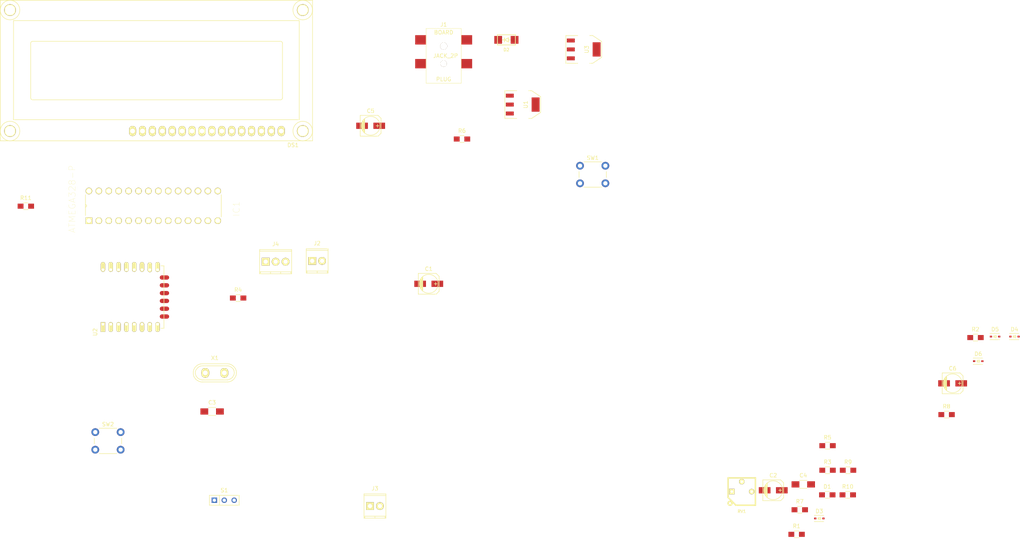
<source format=kicad_pcb>
(kicad_pcb (version 4) (host pcbnew 4.0.2+dfsg1-stable)

  (general
    (links 92)
    (no_connects 92)
    (area 51.230459 20.067199 307.904671 156.977102)
    (thickness 1.6)
    (drawings 0)
    (tracks 0)
    (zones 0)
    (modules 37)
    (nets 33)
  )

  (page A4)
  (layers
    (0 F.Cu signal)
    (31 B.Cu signal)
    (32 B.Adhes user)
    (33 F.Adhes user)
    (34 B.Paste user)
    (35 F.Paste user)
    (36 B.SilkS user)
    (37 F.SilkS user)
    (38 B.Mask user)
    (39 F.Mask user)
    (40 Dwgs.User user)
    (41 Cmts.User user)
    (42 Eco1.User user)
    (43 Eco2.User user)
    (44 Edge.Cuts user)
    (45 Margin user)
    (46 B.CrtYd user)
    (47 F.CrtYd user)
    (48 B.Fab user)
    (49 F.Fab user)
  )

  (setup
    (last_trace_width 0.2032)
    (trace_clearance 0.2032)
    (zone_clearance 0.508)
    (zone_45_only no)
    (trace_min 0.2)
    (segment_width 0.2)
    (edge_width 0.15)
    (via_size 0.6858)
    (via_drill 0.3302)
    (via_min_size 0.4)
    (via_min_drill 0.3)
    (uvia_size 0.508)
    (uvia_drill 0.127)
    (uvias_allowed no)
    (uvia_min_size 0)
    (uvia_min_drill 0)
    (pcb_text_width 0.3)
    (pcb_text_size 1.5 1.5)
    (mod_edge_width 0.15)
    (mod_text_size 1 1)
    (mod_text_width 0.15)
    (pad_size 1.524 1.524)
    (pad_drill 0.762)
    (pad_to_mask_clearance 0.2)
    (aux_axis_origin 0 0)
    (visible_elements FFFFFF7F)
    (pcbplotparams
      (layerselection 0x00030_80000001)
      (usegerberextensions false)
      (excludeedgelayer true)
      (linewidth 0.100000)
      (plotframeref false)
      (viasonmask false)
      (mode 1)
      (useauxorigin false)
      (hpglpennumber 1)
      (hpglpenspeed 20)
      (hpglpendiameter 15)
      (hpglpenoverlay 2)
      (psnegative false)
      (psa4output false)
      (plotreference true)
      (plotvalue true)
      (plotinvisibletext false)
      (padsonsilk false)
      (subtractmaskfromsilk false)
      (outputformat 1)
      (mirror false)
      (drillshape 1)
      (scaleselection 1)
      (outputdirectory ""))
  )

  (net 0 "")
  (net 1 3.3V)
  (net 2 GND)
  (net 3 "Net-(C2-Pad1)")
  (net 4 "Net-(C3-Pad2)")
  (net 5 "Net-(C4-Pad2)")
  (net 6 5V)
  (net 7 "Net-(D1-Pad1)")
  (net 8 "Net-(D2-Pad1)")
  (net 9 PD6)
  (net 10 ADC0)
  (net 11 PD7)
  (net 12 ADC1)
  (net 13 PB0)
  (net 14 ADC4)
  (net 15 PB1)
  (net 16 ADC5)
  (net 17 V0)
  (net 18 PD3)
  (net 19 PD4)
  (net 20 PB2)
  (net 21 PB3)
  (net 22 PB4)
  (net 23 PB5)
  (net 24 "Net-(IC1-Pad1)")
  (net 25 TXD-ATMEGA)
  (net 26 PD2)
  (net 27 PD5)
  (net 28 "Net-(R1-Pad1)")
  (net 29 "Net-(R3-Pad1)")
  (net 30 "Net-(R4-Pad1)")
  (net 31 "Net-(R5-Pad2)")
  (net 32 "Net-(S1-Pad1)")

  (net_class Default "This is the default net class."
    (clearance 0.2032)
    (trace_width 0.2032)
    (via_dia 0.6858)
    (via_drill 0.3302)
    (uvia_dia 0.508)
    (uvia_drill 0.127)
    (add_net 3.3V)
    (add_net 5V)
    (add_net ADC0)
    (add_net ADC1)
    (add_net ADC4)
    (add_net ADC5)
    (add_net GND)
    (add_net "Net-(C2-Pad1)")
    (add_net "Net-(C3-Pad2)")
    (add_net "Net-(C4-Pad2)")
    (add_net "Net-(D1-Pad1)")
    (add_net "Net-(D2-Pad1)")
    (add_net "Net-(IC1-Pad1)")
    (add_net "Net-(R1-Pad1)")
    (add_net "Net-(R3-Pad1)")
    (add_net "Net-(R4-Pad1)")
    (add_net "Net-(R5-Pad2)")
    (add_net "Net-(S1-Pad1)")
    (add_net PB0)
    (add_net PB1)
    (add_net PB2)
    (add_net PB3)
    (add_net PB4)
    (add_net PB5)
    (add_net PD2)
    (add_net PD3)
    (add_net PD4)
    (add_net PD5)
    (add_net PD6)
    (add_net PD7)
    (add_net TXD-ATMEGA)
    (add_net V0)
  )

  (net_class Power ""
    (clearance 0.2032)
    (trace_width 0.4064)
    (via_dia 1.016)
    (via_drill 0.6604)
    (uvia_dia 0.508)
    (uvia_drill 0.127)
  )

  (module Capacitors_SMD:c_elec_5x5.3 (layer F.Cu) (tedit 55725CA0) (tstamp 599C4D28)
    (at 155.21686 88.1507)
    (descr "SMT capacitor, aluminium electrolytic, 5x5.3")
    (path /5980EC90)
    (attr smd)
    (fp_text reference C1 (at 0 -3.81) (layer F.SilkS)
      (effects (font (size 1 1) (thickness 0.15)))
    )
    (fp_text value 10μF (at 0 3.81) (layer F.Fab)
      (effects (font (size 1 1) (thickness 0.15)))
    )
    (fp_line (start -3.95 -3) (end 3.95 -3) (layer F.CrtYd) (width 0.05))
    (fp_line (start 3.95 -3) (end 3.95 3) (layer F.CrtYd) (width 0.05))
    (fp_line (start 3.95 3) (end -3.95 3) (layer F.CrtYd) (width 0.05))
    (fp_line (start -3.95 3) (end -3.95 -3) (layer F.CrtYd) (width 0.05))
    (fp_line (start -2.286 -0.635) (end -2.286 0.762) (layer F.SilkS) (width 0.15))
    (fp_line (start -2.159 -0.889) (end -2.159 0.889) (layer F.SilkS) (width 0.15))
    (fp_line (start -2.032 -1.27) (end -2.032 1.27) (layer F.SilkS) (width 0.15))
    (fp_line (start -1.905 1.397) (end -1.905 -1.397) (layer F.SilkS) (width 0.15))
    (fp_line (start -1.778 -1.524) (end -1.778 1.524) (layer F.SilkS) (width 0.15))
    (fp_line (start -1.651 1.651) (end -1.651 -1.651) (layer F.SilkS) (width 0.15))
    (fp_line (start -1.524 -1.778) (end -1.524 1.778) (layer F.SilkS) (width 0.15))
    (fp_line (start -2.667 -2.667) (end 1.905 -2.667) (layer F.SilkS) (width 0.15))
    (fp_line (start 1.905 -2.667) (end 2.667 -1.905) (layer F.SilkS) (width 0.15))
    (fp_line (start 2.667 -1.905) (end 2.667 1.905) (layer F.SilkS) (width 0.15))
    (fp_line (start 2.667 1.905) (end 1.905 2.667) (layer F.SilkS) (width 0.15))
    (fp_line (start 1.905 2.667) (end -2.667 2.667) (layer F.SilkS) (width 0.15))
    (fp_line (start -2.667 2.667) (end -2.667 -2.667) (layer F.SilkS) (width 0.15))
    (fp_line (start 2.159 0) (end 1.397 0) (layer F.SilkS) (width 0.15))
    (fp_line (start 1.778 -0.381) (end 1.778 0.381) (layer F.SilkS) (width 0.15))
    (fp_circle (center 0 0) (end -2.413 0) (layer F.SilkS) (width 0.15))
    (pad 1 smd rect (at 2.19964 0) (size 2.99974 1.6002) (layers F.Cu F.Paste F.Mask)
      (net 1 3.3V))
    (pad 2 smd rect (at -2.19964 0) (size 2.99974 1.6002) (layers F.Cu F.Paste F.Mask)
      (net 2 GND))
    (model Capacitors_SMD.3dshapes/c_elec_5x5.3.wrl
      (at (xyz 0 0 0))
      (scale (xyz 1 1 1))
      (rotate (xyz 0 0 0))
    )
  )

  (module Capacitors_SMD:c_elec_5x5.3 (layer F.Cu) (tedit 55725CA0) (tstamp 599C4D42)
    (at 243.487901 141.0549)
    (descr "SMT capacitor, aluminium electrolytic, 5x5.3")
    (path /5980E901)
    (attr smd)
    (fp_text reference C2 (at 0 -3.81) (layer F.SilkS)
      (effects (font (size 1 1) (thickness 0.15)))
    )
    (fp_text value 10μF (at 0 3.81) (layer F.Fab)
      (effects (font (size 1 1) (thickness 0.15)))
    )
    (fp_line (start -3.95 -3) (end 3.95 -3) (layer F.CrtYd) (width 0.05))
    (fp_line (start 3.95 -3) (end 3.95 3) (layer F.CrtYd) (width 0.05))
    (fp_line (start 3.95 3) (end -3.95 3) (layer F.CrtYd) (width 0.05))
    (fp_line (start -3.95 3) (end -3.95 -3) (layer F.CrtYd) (width 0.05))
    (fp_line (start -2.286 -0.635) (end -2.286 0.762) (layer F.SilkS) (width 0.15))
    (fp_line (start -2.159 -0.889) (end -2.159 0.889) (layer F.SilkS) (width 0.15))
    (fp_line (start -2.032 -1.27) (end -2.032 1.27) (layer F.SilkS) (width 0.15))
    (fp_line (start -1.905 1.397) (end -1.905 -1.397) (layer F.SilkS) (width 0.15))
    (fp_line (start -1.778 -1.524) (end -1.778 1.524) (layer F.SilkS) (width 0.15))
    (fp_line (start -1.651 1.651) (end -1.651 -1.651) (layer F.SilkS) (width 0.15))
    (fp_line (start -1.524 -1.778) (end -1.524 1.778) (layer F.SilkS) (width 0.15))
    (fp_line (start -2.667 -2.667) (end 1.905 -2.667) (layer F.SilkS) (width 0.15))
    (fp_line (start 1.905 -2.667) (end 2.667 -1.905) (layer F.SilkS) (width 0.15))
    (fp_line (start 2.667 -1.905) (end 2.667 1.905) (layer F.SilkS) (width 0.15))
    (fp_line (start 2.667 1.905) (end 1.905 2.667) (layer F.SilkS) (width 0.15))
    (fp_line (start 1.905 2.667) (end -2.667 2.667) (layer F.SilkS) (width 0.15))
    (fp_line (start -2.667 2.667) (end -2.667 -2.667) (layer F.SilkS) (width 0.15))
    (fp_line (start 2.159 0) (end 1.397 0) (layer F.SilkS) (width 0.15))
    (fp_line (start 1.778 -0.381) (end 1.778 0.381) (layer F.SilkS) (width 0.15))
    (fp_circle (center 0 0) (end -2.413 0) (layer F.SilkS) (width 0.15))
    (pad 1 smd rect (at 2.19964 0) (size 2.99974 1.6002) (layers F.Cu F.Paste F.Mask)
      (net 3 "Net-(C2-Pad1)"))
    (pad 2 smd rect (at -2.19964 0) (size 2.99974 1.6002) (layers F.Cu F.Paste F.Mask)
      (net 2 GND))
    (model Capacitors_SMD.3dshapes/c_elec_5x5.3.wrl
      (at (xyz 0 0 0))
      (scale (xyz 1 1 1))
      (rotate (xyz 0 0 0))
    )
  )

  (module Capacitors_SMD:C_1206_HandSoldering (layer F.Cu) (tedit 541A9C03) (tstamp 599C4D4E)
    (at 99.7143 120.8659)
    (descr "Capacitor SMD 1206, hand soldering")
    (tags "capacitor 1206")
    (path /5980F535)
    (attr smd)
    (fp_text reference C3 (at 0 -2.3) (layer F.SilkS)
      (effects (font (size 1 1) (thickness 0.15)))
    )
    (fp_text value 22pF (at 0 2.3) (layer F.Fab)
      (effects (font (size 1 1) (thickness 0.15)))
    )
    (fp_line (start -3.3 -1.15) (end 3.3 -1.15) (layer F.CrtYd) (width 0.05))
    (fp_line (start -3.3 1.15) (end 3.3 1.15) (layer F.CrtYd) (width 0.05))
    (fp_line (start -3.3 -1.15) (end -3.3 1.15) (layer F.CrtYd) (width 0.05))
    (fp_line (start 3.3 -1.15) (end 3.3 1.15) (layer F.CrtYd) (width 0.05))
    (fp_line (start 1 -1.025) (end -1 -1.025) (layer F.SilkS) (width 0.15))
    (fp_line (start -1 1.025) (end 1 1.025) (layer F.SilkS) (width 0.15))
    (pad 1 smd rect (at -2 0) (size 2 1.6) (layers F.Cu F.Paste F.Mask)
      (net 2 GND))
    (pad 2 smd rect (at 2 0) (size 2 1.6) (layers F.Cu F.Paste F.Mask)
      (net 4 "Net-(C3-Pad2)"))
    (model Capacitors_SMD.3dshapes/C_1206_HandSoldering.wrl
      (at (xyz 0 0 0))
      (scale (xyz 1 1 1))
      (rotate (xyz 0 0 0))
    )
  )

  (module Capacitors_SMD:C_1206_HandSoldering (layer F.Cu) (tedit 541A9C03) (tstamp 599C4D5A)
    (at 251.187901 139.5449)
    (descr "Capacitor SMD 1206, hand soldering")
    (tags "capacitor 1206")
    (path /5980F49B)
    (attr smd)
    (fp_text reference C4 (at 0 -2.3) (layer F.SilkS)
      (effects (font (size 1 1) (thickness 0.15)))
    )
    (fp_text value 22pF (at 0 2.3) (layer F.Fab)
      (effects (font (size 1 1) (thickness 0.15)))
    )
    (fp_line (start -3.3 -1.15) (end 3.3 -1.15) (layer F.CrtYd) (width 0.05))
    (fp_line (start -3.3 1.15) (end 3.3 1.15) (layer F.CrtYd) (width 0.05))
    (fp_line (start -3.3 -1.15) (end -3.3 1.15) (layer F.CrtYd) (width 0.05))
    (fp_line (start 3.3 -1.15) (end 3.3 1.15) (layer F.CrtYd) (width 0.05))
    (fp_line (start 1 -1.025) (end -1 -1.025) (layer F.SilkS) (width 0.15))
    (fp_line (start -1 1.025) (end 1 1.025) (layer F.SilkS) (width 0.15))
    (pad 1 smd rect (at -2 0) (size 2 1.6) (layers F.Cu F.Paste F.Mask)
      (net 2 GND))
    (pad 2 smd rect (at 2 0) (size 2 1.6) (layers F.Cu F.Paste F.Mask)
      (net 5 "Net-(C4-Pad2)"))
    (model Capacitors_SMD.3dshapes/C_1206_HandSoldering.wrl
      (at (xyz 0 0 0))
      (scale (xyz 1 1 1))
      (rotate (xyz 0 0 0))
    )
  )

  (module Capacitors_SMD:c_elec_5x5.3 (layer F.Cu) (tedit 55725CA0) (tstamp 599C4D74)
    (at 140.33246 47.6631)
    (descr "SMT capacitor, aluminium electrolytic, 5x5.3")
    (path /598CBE28)
    (attr smd)
    (fp_text reference C5 (at 0 -3.81) (layer F.SilkS)
      (effects (font (size 1 1) (thickness 0.15)))
    )
    (fp_text value 10μF (at 0 3.81) (layer F.Fab)
      (effects (font (size 1 1) (thickness 0.15)))
    )
    (fp_line (start -3.95 -3) (end 3.95 -3) (layer F.CrtYd) (width 0.05))
    (fp_line (start 3.95 -3) (end 3.95 3) (layer F.CrtYd) (width 0.05))
    (fp_line (start 3.95 3) (end -3.95 3) (layer F.CrtYd) (width 0.05))
    (fp_line (start -3.95 3) (end -3.95 -3) (layer F.CrtYd) (width 0.05))
    (fp_line (start -2.286 -0.635) (end -2.286 0.762) (layer F.SilkS) (width 0.15))
    (fp_line (start -2.159 -0.889) (end -2.159 0.889) (layer F.SilkS) (width 0.15))
    (fp_line (start -2.032 -1.27) (end -2.032 1.27) (layer F.SilkS) (width 0.15))
    (fp_line (start -1.905 1.397) (end -1.905 -1.397) (layer F.SilkS) (width 0.15))
    (fp_line (start -1.778 -1.524) (end -1.778 1.524) (layer F.SilkS) (width 0.15))
    (fp_line (start -1.651 1.651) (end -1.651 -1.651) (layer F.SilkS) (width 0.15))
    (fp_line (start -1.524 -1.778) (end -1.524 1.778) (layer F.SilkS) (width 0.15))
    (fp_line (start -2.667 -2.667) (end 1.905 -2.667) (layer F.SilkS) (width 0.15))
    (fp_line (start 1.905 -2.667) (end 2.667 -1.905) (layer F.SilkS) (width 0.15))
    (fp_line (start 2.667 -1.905) (end 2.667 1.905) (layer F.SilkS) (width 0.15))
    (fp_line (start 2.667 1.905) (end 1.905 2.667) (layer F.SilkS) (width 0.15))
    (fp_line (start 1.905 2.667) (end -2.667 2.667) (layer F.SilkS) (width 0.15))
    (fp_line (start -2.667 2.667) (end -2.667 -2.667) (layer F.SilkS) (width 0.15))
    (fp_line (start 2.159 0) (end 1.397 0) (layer F.SilkS) (width 0.15))
    (fp_line (start 1.778 -0.381) (end 1.778 0.381) (layer F.SilkS) (width 0.15))
    (fp_circle (center 0 0) (end -2.413 0) (layer F.SilkS) (width 0.15))
    (pad 1 smd rect (at 2.19964 0) (size 2.99974 1.6002) (layers F.Cu F.Paste F.Mask)
      (net 3 "Net-(C2-Pad1)"))
    (pad 2 smd rect (at -2.19964 0) (size 2.99974 1.6002) (layers F.Cu F.Paste F.Mask)
      (net 2 GND))
    (model Capacitors_SMD.3dshapes/c_elec_5x5.3.wrl
      (at (xyz 0 0 0))
      (scale (xyz 1 1 1))
      (rotate (xyz 0 0 0))
    )
  )

  (module Capacitors_SMD:c_elec_5x5.3 (layer F.Cu) (tedit 55725CA0) (tstamp 599C4D8E)
    (at 289.457901 113.6549)
    (descr "SMT capacitor, aluminium electrolytic, 5x5.3")
    (path /598CC314)
    (attr smd)
    (fp_text reference C6 (at 0 -3.81) (layer F.SilkS)
      (effects (font (size 1 1) (thickness 0.15)))
    )
    (fp_text value 10μF (at 0 3.81) (layer F.Fab)
      (effects (font (size 1 1) (thickness 0.15)))
    )
    (fp_line (start -3.95 -3) (end 3.95 -3) (layer F.CrtYd) (width 0.05))
    (fp_line (start 3.95 -3) (end 3.95 3) (layer F.CrtYd) (width 0.05))
    (fp_line (start 3.95 3) (end -3.95 3) (layer F.CrtYd) (width 0.05))
    (fp_line (start -3.95 3) (end -3.95 -3) (layer F.CrtYd) (width 0.05))
    (fp_line (start -2.286 -0.635) (end -2.286 0.762) (layer F.SilkS) (width 0.15))
    (fp_line (start -2.159 -0.889) (end -2.159 0.889) (layer F.SilkS) (width 0.15))
    (fp_line (start -2.032 -1.27) (end -2.032 1.27) (layer F.SilkS) (width 0.15))
    (fp_line (start -1.905 1.397) (end -1.905 -1.397) (layer F.SilkS) (width 0.15))
    (fp_line (start -1.778 -1.524) (end -1.778 1.524) (layer F.SilkS) (width 0.15))
    (fp_line (start -1.651 1.651) (end -1.651 -1.651) (layer F.SilkS) (width 0.15))
    (fp_line (start -1.524 -1.778) (end -1.524 1.778) (layer F.SilkS) (width 0.15))
    (fp_line (start -2.667 -2.667) (end 1.905 -2.667) (layer F.SilkS) (width 0.15))
    (fp_line (start 1.905 -2.667) (end 2.667 -1.905) (layer F.SilkS) (width 0.15))
    (fp_line (start 2.667 -1.905) (end 2.667 1.905) (layer F.SilkS) (width 0.15))
    (fp_line (start 2.667 1.905) (end 1.905 2.667) (layer F.SilkS) (width 0.15))
    (fp_line (start 1.905 2.667) (end -2.667 2.667) (layer F.SilkS) (width 0.15))
    (fp_line (start -2.667 2.667) (end -2.667 -2.667) (layer F.SilkS) (width 0.15))
    (fp_line (start 2.159 0) (end 1.397 0) (layer F.SilkS) (width 0.15))
    (fp_line (start 1.778 -0.381) (end 1.778 0.381) (layer F.SilkS) (width 0.15))
    (fp_circle (center 0 0) (end -2.413 0) (layer F.SilkS) (width 0.15))
    (pad 1 smd rect (at 2.19964 0) (size 2.99974 1.6002) (layers F.Cu F.Paste F.Mask)
      (net 6 5V))
    (pad 2 smd rect (at -2.19964 0) (size 2.99974 1.6002) (layers F.Cu F.Paste F.Mask)
      (net 2 GND))
    (model Capacitors_SMD.3dshapes/c_elec_5x5.3.wrl
      (at (xyz 0 0 0))
      (scale (xyz 1 1 1))
      (rotate (xyz 0 0 0))
    )
  )

  (module Resistors_SMD:R_0805_HandSoldering (layer F.Cu) (tedit 54189DEE) (tstamp 599C4D9A)
    (at 257.337901 142.2249)
    (descr "Resistor SMD 0805, hand soldering")
    (tags "resistor 0805")
    (path /5980EE40)
    (attr smd)
    (fp_text reference D1 (at 0 -2.1) (layer F.SilkS)
      (effects (font (size 1 1) (thickness 0.15)))
    )
    (fp_text value LED (at 0 2.1) (layer F.Fab)
      (effects (font (size 1 1) (thickness 0.15)))
    )
    (fp_line (start -2.4 -1) (end 2.4 -1) (layer F.CrtYd) (width 0.05))
    (fp_line (start -2.4 1) (end 2.4 1) (layer F.CrtYd) (width 0.05))
    (fp_line (start -2.4 -1) (end -2.4 1) (layer F.CrtYd) (width 0.05))
    (fp_line (start 2.4 -1) (end 2.4 1) (layer F.CrtYd) (width 0.05))
    (fp_line (start 0.6 0.875) (end -0.6 0.875) (layer F.SilkS) (width 0.15))
    (fp_line (start -0.6 -0.875) (end 0.6 -0.875) (layer F.SilkS) (width 0.15))
    (pad 1 smd rect (at -1.35 0) (size 1.5 1.3) (layers F.Cu F.Paste F.Mask)
      (net 7 "Net-(D1-Pad1)"))
    (pad 2 smd rect (at 1.35 0) (size 1.5 1.3) (layers F.Cu F.Paste F.Mask)
      (net 1 3.3V))
    (model Resistors_SMD.3dshapes/R_0805_HandSoldering.wrl
      (at (xyz 0 0 0))
      (scale (xyz 1 1 1))
      (rotate (xyz 0 0 0))
    )
  )

  (module diode:DO-214AC (layer F.Cu) (tedit 0) (tstamp 599C4DAA)
    (at 175.1158 25.6413)
    (path /5980E862)
    (attr smd)
    (fp_text reference D2 (at 0 2.54) (layer F.SilkS)
      (effects (font (size 0.762 0.762) (thickness 0.1524)))
    )
    (fp_text value DIODE (at 0 0) (layer F.SilkS) hide
      (effects (font (size 0.762 0.762) (thickness 0.1524)))
    )
    (fp_line (start 0.5 0) (end 1 0) (layer F.SilkS) (width 0.2032))
    (fp_line (start -0.5 0) (end -1 0) (layer F.SilkS) (width 0.2032))
    (fp_line (start -0.5 -0.5) (end -0.5 0.5) (layer F.SilkS) (width 0.2032))
    (fp_line (start -0.5 0) (end 0.5 -0.5) (layer F.SilkS) (width 0.2032))
    (fp_line (start 0.5 -0.5) (end 0.5 0.5) (layer F.SilkS) (width 0.2032))
    (fp_line (start 0.5 0.5) (end -0.5 0) (layer F.SilkS) (width 0.2032))
    (fp_line (start -2.3 -1.3) (end 2.3 -1.3) (layer F.SilkS) (width 0.2032))
    (fp_line (start 2.3 -1.3) (end 2.3 1.3) (layer F.SilkS) (width 0.2032))
    (fp_line (start 2.3 1.3) (end -2.3 1.3) (layer F.SilkS) (width 0.2032))
    (fp_line (start -2.3 1.3) (end -2.3 -1.3) (layer F.SilkS) (width 0.2032))
    (pad 1 smd rect (at -2.1 0) (size 2 2) (layers F.Cu F.Paste F.Mask)
      (net 8 "Net-(D2-Pad1)"))
    (pad 2 smd rect (at 2.1 0) (size 2 2) (layers F.Cu F.Paste F.Mask)
      (net 3 "Net-(C2-Pad1)"))
  )

  (module Diodes_SMD:SOD-323 (layer F.Cu) (tedit 5530FC5E) (tstamp 599C4DBC)
    (at 255.302185 148.2749)
    (descr SOD-323)
    (tags SOD-323)
    (path /5980FB95)
    (attr smd)
    (fp_text reference D3 (at 0 -1.85) (layer F.SilkS)
      (effects (font (size 1 1) (thickness 0.15)))
    )
    (fp_text value DIODE (at 0.1 1.9) (layer F.Fab)
      (effects (font (size 1 1) (thickness 0.15)))
    )
    (fp_line (start 0.25 0) (end 0.5 0) (layer F.SilkS) (width 0.15))
    (fp_line (start -0.25 0) (end -0.5 0) (layer F.SilkS) (width 0.15))
    (fp_line (start -0.25 0) (end 0.25 -0.35) (layer F.SilkS) (width 0.15))
    (fp_line (start 0.25 -0.35) (end 0.25 0.35) (layer F.SilkS) (width 0.15))
    (fp_line (start 0.25 0.35) (end -0.25 0) (layer F.SilkS) (width 0.15))
    (fp_line (start -0.25 -0.35) (end -0.25 0.35) (layer F.SilkS) (width 0.15))
    (fp_line (start -1.5 -0.95) (end 1.5 -0.95) (layer F.CrtYd) (width 0.05))
    (fp_line (start 1.5 -0.95) (end 1.5 0.95) (layer F.CrtYd) (width 0.05))
    (fp_line (start -1.5 0.95) (end 1.5 0.95) (layer F.CrtYd) (width 0.05))
    (fp_line (start -1.5 -0.95) (end -1.5 0.95) (layer F.CrtYd) (width 0.05))
    (fp_line (start -1.3 0.8) (end 1.1 0.8) (layer F.SilkS) (width 0.15))
    (fp_line (start -1.3 -0.8) (end 1.1 -0.8) (layer F.SilkS) (width 0.15))
    (pad 1 smd rect (at -1.055 0) (size 0.59 0.45) (layers F.Cu F.Paste F.Mask)
      (net 9 PD6))
    (pad 2 smd rect (at 1.055 0) (size 0.59 0.45) (layers F.Cu F.Paste F.Mask)
      (net 10 ADC0))
  )

  (module Diodes_SMD:SOD-323 (layer F.Cu) (tedit 5530FC5E) (tstamp 599C4DCE)
    (at 305.312185 101.6749)
    (descr SOD-323)
    (tags SOD-323)
    (path /5980FAB9)
    (attr smd)
    (fp_text reference D4 (at 0 -1.85) (layer F.SilkS)
      (effects (font (size 1 1) (thickness 0.15)))
    )
    (fp_text value DIODE (at 0.1 1.9) (layer F.Fab)
      (effects (font (size 1 1) (thickness 0.15)))
    )
    (fp_line (start 0.25 0) (end 0.5 0) (layer F.SilkS) (width 0.15))
    (fp_line (start -0.25 0) (end -0.5 0) (layer F.SilkS) (width 0.15))
    (fp_line (start -0.25 0) (end 0.25 -0.35) (layer F.SilkS) (width 0.15))
    (fp_line (start 0.25 -0.35) (end 0.25 0.35) (layer F.SilkS) (width 0.15))
    (fp_line (start 0.25 0.35) (end -0.25 0) (layer F.SilkS) (width 0.15))
    (fp_line (start -0.25 -0.35) (end -0.25 0.35) (layer F.SilkS) (width 0.15))
    (fp_line (start -1.5 -0.95) (end 1.5 -0.95) (layer F.CrtYd) (width 0.05))
    (fp_line (start 1.5 -0.95) (end 1.5 0.95) (layer F.CrtYd) (width 0.05))
    (fp_line (start -1.5 0.95) (end 1.5 0.95) (layer F.CrtYd) (width 0.05))
    (fp_line (start -1.5 -0.95) (end -1.5 0.95) (layer F.CrtYd) (width 0.05))
    (fp_line (start -1.3 0.8) (end 1.1 0.8) (layer F.SilkS) (width 0.15))
    (fp_line (start -1.3 -0.8) (end 1.1 -0.8) (layer F.SilkS) (width 0.15))
    (pad 1 smd rect (at -1.055 0) (size 0.59 0.45) (layers F.Cu F.Paste F.Mask)
      (net 11 PD7))
    (pad 2 smd rect (at 1.055 0) (size 0.59 0.45) (layers F.Cu F.Paste F.Mask)
      (net 12 ADC1))
  )

  (module Diodes_SMD:SOD-323 (layer F.Cu) (tedit 5530FC5E) (tstamp 599C4DE0)
    (at 300.332185 101.6749)
    (descr SOD-323)
    (tags SOD-323)
    (path /598113DB)
    (attr smd)
    (fp_text reference D5 (at 0 -1.85) (layer F.SilkS)
      (effects (font (size 1 1) (thickness 0.15)))
    )
    (fp_text value DIODE (at 0.1 1.9) (layer F.Fab)
      (effects (font (size 1 1) (thickness 0.15)))
    )
    (fp_line (start 0.25 0) (end 0.5 0) (layer F.SilkS) (width 0.15))
    (fp_line (start -0.25 0) (end -0.5 0) (layer F.SilkS) (width 0.15))
    (fp_line (start -0.25 0) (end 0.25 -0.35) (layer F.SilkS) (width 0.15))
    (fp_line (start 0.25 -0.35) (end 0.25 0.35) (layer F.SilkS) (width 0.15))
    (fp_line (start 0.25 0.35) (end -0.25 0) (layer F.SilkS) (width 0.15))
    (fp_line (start -0.25 -0.35) (end -0.25 0.35) (layer F.SilkS) (width 0.15))
    (fp_line (start -1.5 -0.95) (end 1.5 -0.95) (layer F.CrtYd) (width 0.05))
    (fp_line (start 1.5 -0.95) (end 1.5 0.95) (layer F.CrtYd) (width 0.05))
    (fp_line (start -1.5 0.95) (end 1.5 0.95) (layer F.CrtYd) (width 0.05))
    (fp_line (start -1.5 -0.95) (end -1.5 0.95) (layer F.CrtYd) (width 0.05))
    (fp_line (start -1.3 0.8) (end 1.1 0.8) (layer F.SilkS) (width 0.15))
    (fp_line (start -1.3 -0.8) (end 1.1 -0.8) (layer F.SilkS) (width 0.15))
    (pad 1 smd rect (at -1.055 0) (size 0.59 0.45) (layers F.Cu F.Paste F.Mask)
      (net 13 PB0))
    (pad 2 smd rect (at 1.055 0) (size 0.59 0.45) (layers F.Cu F.Paste F.Mask)
      (net 14 ADC4))
  )

  (module Diodes_SMD:SOD-323 (layer F.Cu) (tedit 5530FC5E) (tstamp 599C4DF2)
    (at 296.022185 107.9749)
    (descr SOD-323)
    (tags SOD-323)
    (path /5981158E)
    (attr smd)
    (fp_text reference D6 (at 0 -1.85) (layer F.SilkS)
      (effects (font (size 1 1) (thickness 0.15)))
    )
    (fp_text value DIODE (at 0.1 1.9) (layer F.Fab)
      (effects (font (size 1 1) (thickness 0.15)))
    )
    (fp_line (start 0.25 0) (end 0.5 0) (layer F.SilkS) (width 0.15))
    (fp_line (start -0.25 0) (end -0.5 0) (layer F.SilkS) (width 0.15))
    (fp_line (start -0.25 0) (end 0.25 -0.35) (layer F.SilkS) (width 0.15))
    (fp_line (start 0.25 -0.35) (end 0.25 0.35) (layer F.SilkS) (width 0.15))
    (fp_line (start 0.25 0.35) (end -0.25 0) (layer F.SilkS) (width 0.15))
    (fp_line (start -0.25 -0.35) (end -0.25 0.35) (layer F.SilkS) (width 0.15))
    (fp_line (start -1.5 -0.95) (end 1.5 -0.95) (layer F.CrtYd) (width 0.05))
    (fp_line (start 1.5 -0.95) (end 1.5 0.95) (layer F.CrtYd) (width 0.05))
    (fp_line (start -1.5 0.95) (end 1.5 0.95) (layer F.CrtYd) (width 0.05))
    (fp_line (start -1.5 -0.95) (end -1.5 0.95) (layer F.CrtYd) (width 0.05))
    (fp_line (start -1.3 0.8) (end 1.1 0.8) (layer F.SilkS) (width 0.15))
    (fp_line (start -1.3 -0.8) (end 1.1 -0.8) (layer F.SilkS) (width 0.15))
    (pad 1 smd rect (at -1.055 0) (size 0.59 0.45) (layers F.Cu F.Paste F.Mask)
      (net 15 PB1))
    (pad 2 smd rect (at 1.055 0) (size 0.59 0.45) (layers F.Cu F.Paste F.Mask)
      (net 16 ADC5))
  )

  (module Display:WC1602A (layer F.Cu) (tedit 0) (tstamp 599C4E1E)
    (at 117.4369 49.0093 180)
    (descr http://www.kamami.pl/dl/wc1602a0.pdf)
    (tags "LCD 16x2 Alphanumeric 16pin")
    (path /598CD60E)
    (fp_text reference DS1 (at -2.99974 -3.59918 180) (layer F.SilkS)
      (effects (font (size 1 1) (thickness 0.15)))
    )
    (fp_text value LCD-016N002L (at 31.99892 15.49908 180) (layer F.Fab)
      (effects (font (size 1 1) (thickness 0.15)))
    )
    (fp_line (start 0.20066 8.001) (end 63.70066 8.001) (layer F.SilkS) (width 0.15))
    (fp_line (start -0.29972 22.49932) (end -0.29972 8.49884) (layer F.SilkS) (width 0.15))
    (fp_line (start 63.70066 22.9997) (end 0.20066 22.9997) (layer F.SilkS) (width 0.15))
    (fp_line (start 64.20104 8.49884) (end 64.20104 22.49932) (layer F.SilkS) (width 0.15))
    (fp_arc (start 63.70066 8.49884) (end 63.70066 8.001) (angle 90) (layer F.SilkS) (width 0.15))
    (fp_arc (start 63.70066 22.49932) (end 64.20104 22.49932) (angle 90) (layer F.SilkS) (width 0.15))
    (fp_arc (start 0.20066 22.49932) (end 0.20066 22.9997) (angle 90) (layer F.SilkS) (width 0.15))
    (fp_arc (start 0.20066 8.49884) (end -0.29972 8.49884) (angle 90) (layer F.SilkS) (width 0.15))
    (fp_line (start -4.59994 2.90068) (end 68.60032 2.90068) (layer F.SilkS) (width 0.15))
    (fp_line (start 68.60032 2.90068) (end 68.60032 28.30068) (layer F.SilkS) (width 0.15))
    (fp_line (start 68.60032 28.30068) (end -4.59994 28.30068) (layer F.SilkS) (width 0.15))
    (fp_line (start -4.59994 28.30068) (end -4.59994 2.90068) (layer F.SilkS) (width 0.15))
    (fp_circle (center 69.49948 0) (end 71.99884 0) (layer F.SilkS) (width 0.15))
    (fp_circle (center 69.49948 31.0007) (end 71.99884 31.0007) (layer F.SilkS) (width 0.15))
    (fp_circle (center -5.4991 31.0007) (end -8.001 31.0007) (layer F.SilkS) (width 0.15))
    (fp_circle (center -5.4991 0) (end -2.99974 0) (layer F.SilkS) (width 0.15))
    (fp_line (start -8.001 -2.49936) (end 71.99884 -2.49936) (layer F.SilkS) (width 0.15))
    (fp_line (start 71.99884 -2.49936) (end 71.99884 33.50006) (layer F.SilkS) (width 0.15))
    (fp_line (start 71.99884 33.50006) (end -8.001 33.50006) (layer F.SilkS) (width 0.15))
    (fp_line (start -8.001 33.50006) (end -8.001 -2.49936) (layer F.SilkS) (width 0.15))
    (pad 1 thru_hole oval (at 0 0 180) (size 1.8 2.6) (drill 1.2) (layers *.Cu *.Mask F.SilkS)
      (net 2 GND))
    (pad 2 thru_hole oval (at 2.54 0 180) (size 1.8 2.6) (drill 1.2) (layers *.Cu *.Mask F.SilkS)
      (net 6 5V))
    (pad 3 thru_hole oval (at 5.08 0 180) (size 1.8 2.6) (drill 1.2) (layers *.Cu *.Mask F.SilkS)
      (net 17 V0))
    (pad 4 thru_hole oval (at 7.62 0 180) (size 1.8 2.6) (drill 1.2) (layers *.Cu *.Mask F.SilkS)
      (net 18 PD3))
    (pad 5 thru_hole oval (at 10.16 0 180) (size 1.8 2.6) (drill 1.2) (layers *.Cu *.Mask F.SilkS)
      (net 2 GND))
    (pad 6 thru_hole oval (at 12.7 0 180) (size 1.8 2.6) (drill 1.2) (layers *.Cu *.Mask F.SilkS)
      (net 19 PD4))
    (pad 7 thru_hole oval (at 15.24 0 180) (size 1.8 2.6) (drill 1.2) (layers *.Cu *.Mask F.SilkS))
    (pad 8 thru_hole oval (at 17.78 0 180) (size 1.8 2.6) (drill 1.2) (layers *.Cu *.Mask F.SilkS))
    (pad 9 thru_hole oval (at 20.32 0 180) (size 1.8 2.6) (drill 1.2) (layers *.Cu *.Mask F.SilkS))
    (pad 10 thru_hole oval (at 22.86 0 180) (size 1.8 2.6) (drill 1.2) (layers *.Cu *.Mask F.SilkS))
    (pad 11 thru_hole oval (at 25.4 0 180) (size 1.8 2.6) (drill 1.2) (layers *.Cu *.Mask F.SilkS)
      (net 20 PB2))
    (pad 12 thru_hole oval (at 27.94 0 180) (size 1.8 2.6) (drill 1.2) (layers *.Cu *.Mask F.SilkS)
      (net 21 PB3))
    (pad 13 thru_hole oval (at 30.48 0 180) (size 1.8 2.6) (drill 1.2) (layers *.Cu *.Mask F.SilkS)
      (net 22 PB4))
    (pad 14 thru_hole oval (at 33.02 0 180) (size 1.8 2.6) (drill 1.2) (layers *.Cu *.Mask F.SilkS)
      (net 23 PB5))
    (pad 15 thru_hole oval (at 35.56 0 180) (size 1.8 2.6) (drill 1.2) (layers *.Cu *.Mask F.SilkS)
      (net 6 5V))
    (pad 16 thru_hole oval (at 38.1 0 180) (size 1.8 2.6) (drill 1.2) (layers *.Cu *.Mask F.SilkS)
      (net 2 GND))
    (pad 0 thru_hole circle (at -5.4991 0 180) (size 3 3) (drill 2.5) (layers *.Cu *.Mask F.SilkS))
    (pad 0 thru_hole circle (at -5.4991 31.0007 180) (size 3 3) (drill 2.5) (layers *.Cu *.Mask F.SilkS))
    (pad 0 thru_hole circle (at 69.49948 31.0007 180) (size 3 3) (drill 2.5) (layers *.Cu *.Mask F.SilkS))
    (pad 0 thru_hole circle (at 69.49948 0 180) (size 3 3) (drill 2.5) (layers *.Cu *.Mask F.SilkS))
  )

  (module ATMEGA328P-PU:DIP254P762X457-28 (layer F.Cu) (tedit 0) (tstamp 599C4EBA)
    (at 101.1682 64.3636 90)
    (path /5980DBC0)
    (fp_text reference IC1 (at -4.57323 4.77649 90) (layer F.SilkS)
      (effects (font (size 1.64044 1.64044) (thickness 0.05)))
    )
    (fp_text value ATMEGA328-P (at -2.06101 -37.3018 90) (layer F.SilkS)
      (effects (font (size 1.64288 1.64288) (thickness 0.05)))
    )
    (fp_line (start -6.6548 0.889) (end -0.9652 0.889) (layer F.SilkS) (width 0.1524))
    (fp_line (start -0.9652 -33.909) (end -3.5052 -33.909) (layer F.SilkS) (width 0.1524))
    (fp_line (start -3.5052 -33.909) (end -4.1148 -33.909) (layer F.SilkS) (width 0.1524))
    (fp_line (start -4.1148 -33.909) (end -6.2992 -33.909) (layer F.SilkS) (width 0.1524))
    (fp_arc (start -3.81 -33.909) (end -4.1148 -33.909) (angle -180) (layer F.SilkS) (width 0.1524))
    (fp_line (start -7.5692 -32.4612) (end -7.5692 -33.5788) (layer Dwgs.User) (width 0))
    (fp_line (start -7.5692 -33.5788) (end -8.1788 -33.5788) (layer Dwgs.User) (width 0))
    (fp_line (start -8.1788 -33.5788) (end -8.1788 -32.4612) (layer Dwgs.User) (width 0))
    (fp_line (start -8.1788 -32.4612) (end -7.5692 -32.4612) (layer Dwgs.User) (width 0))
    (fp_line (start -7.5692 -29.9212) (end -7.5692 -31.0388) (layer Dwgs.User) (width 0))
    (fp_line (start -7.5692 -31.0388) (end -8.1788 -31.0388) (layer Dwgs.User) (width 0))
    (fp_line (start -8.1788 -31.0388) (end -8.1788 -29.9212) (layer Dwgs.User) (width 0))
    (fp_line (start -8.1788 -29.9212) (end -7.5692 -29.9212) (layer Dwgs.User) (width 0))
    (fp_line (start -7.5692 -27.3812) (end -7.5692 -28.4988) (layer Dwgs.User) (width 0))
    (fp_line (start -7.5692 -28.4988) (end -8.1788 -28.4988) (layer Dwgs.User) (width 0))
    (fp_line (start -8.1788 -28.4988) (end -8.1788 -27.3812) (layer Dwgs.User) (width 0))
    (fp_line (start -8.1788 -27.3812) (end -7.5692 -27.3812) (layer Dwgs.User) (width 0))
    (fp_line (start -7.5692 -24.8412) (end -7.5692 -25.9588) (layer Dwgs.User) (width 0))
    (fp_line (start -7.5692 -25.9588) (end -8.1788 -25.9588) (layer Dwgs.User) (width 0))
    (fp_line (start -8.1788 -25.9588) (end -8.1788 -24.8412) (layer Dwgs.User) (width 0))
    (fp_line (start -8.1788 -24.8412) (end -7.5692 -24.8412) (layer Dwgs.User) (width 0))
    (fp_line (start -7.5692 -22.3012) (end -7.5692 -23.4188) (layer Dwgs.User) (width 0))
    (fp_line (start -7.5692 -23.4188) (end -8.1788 -23.4188) (layer Dwgs.User) (width 0))
    (fp_line (start -8.1788 -23.4188) (end -8.1788 -22.3012) (layer Dwgs.User) (width 0))
    (fp_line (start -8.1788 -22.3012) (end -7.5692 -22.3012) (layer Dwgs.User) (width 0))
    (fp_line (start -7.5692 -19.7612) (end -7.5692 -20.8788) (layer Dwgs.User) (width 0))
    (fp_line (start -7.5692 -20.8788) (end -8.1788 -20.8788) (layer Dwgs.User) (width 0))
    (fp_line (start -8.1788 -20.8788) (end -8.1788 -19.7612) (layer Dwgs.User) (width 0))
    (fp_line (start -8.1788 -19.7612) (end -7.5692 -19.7612) (layer Dwgs.User) (width 0))
    (fp_line (start -7.5692 -17.2212) (end -7.5692 -18.3388) (layer Dwgs.User) (width 0))
    (fp_line (start -7.5692 -18.3388) (end -8.1788 -18.3388) (layer Dwgs.User) (width 0))
    (fp_line (start -8.1788 -18.3388) (end -8.1788 -17.2212) (layer Dwgs.User) (width 0))
    (fp_line (start -8.1788 -17.2212) (end -7.5692 -17.2212) (layer Dwgs.User) (width 0))
    (fp_line (start -7.5692 -14.6812) (end -7.5692 -15.7988) (layer Dwgs.User) (width 0))
    (fp_line (start -7.5692 -15.7988) (end -8.1788 -15.7988) (layer Dwgs.User) (width 0))
    (fp_line (start -8.1788 -15.7988) (end -8.1788 -14.6812) (layer Dwgs.User) (width 0))
    (fp_line (start -8.1788 -14.6812) (end -7.5692 -14.6812) (layer Dwgs.User) (width 0))
    (fp_line (start -7.5438 -12.1412) (end -7.5692 -13.2588) (layer Dwgs.User) (width 0))
    (fp_line (start -7.5692 -13.2588) (end -8.1788 -13.2588) (layer Dwgs.User) (width 0))
    (fp_line (start -8.1788 -13.2588) (end -8.1788 -12.1412) (layer Dwgs.User) (width 0))
    (fp_line (start -8.1788 -12.1412) (end -7.5438 -12.1412) (layer Dwgs.User) (width 0))
    (fp_line (start -7.5438 -9.6012) (end -7.5438 -10.7188) (layer Dwgs.User) (width 0))
    (fp_line (start -7.5438 -10.7188) (end -8.1788 -10.7188) (layer Dwgs.User) (width 0))
    (fp_line (start -8.1788 -10.7188) (end -8.1788 -9.6012) (layer Dwgs.User) (width 0))
    (fp_line (start -8.1788 -9.6012) (end -7.5438 -9.6012) (layer Dwgs.User) (width 0))
    (fp_line (start -7.5438 -7.0612) (end -7.5438 -8.1788) (layer Dwgs.User) (width 0))
    (fp_line (start -7.5438 -8.1788) (end -8.1788 -8.1788) (layer Dwgs.User) (width 0))
    (fp_line (start -8.1788 -8.1788) (end -8.1788 -7.0612) (layer Dwgs.User) (width 0))
    (fp_line (start -8.1788 -7.0612) (end -7.5438 -7.0612) (layer Dwgs.User) (width 0))
    (fp_line (start -7.5438 -4.5212) (end -7.5438 -5.6388) (layer Dwgs.User) (width 0))
    (fp_line (start -7.5438 -5.6388) (end -8.1788 -5.6388) (layer Dwgs.User) (width 0))
    (fp_line (start -8.1788 -5.6388) (end -8.1788 -4.5212) (layer Dwgs.User) (width 0))
    (fp_line (start -8.1788 -4.5212) (end -7.5438 -4.5212) (layer Dwgs.User) (width 0))
    (fp_line (start -7.5438 -1.9812) (end -7.5438 -3.0988) (layer Dwgs.User) (width 0))
    (fp_line (start -7.5438 -3.0988) (end -8.1788 -3.0988) (layer Dwgs.User) (width 0))
    (fp_line (start -8.1788 -3.0988) (end -8.1788 -1.9812) (layer Dwgs.User) (width 0))
    (fp_line (start -8.1788 -1.9812) (end -7.5438 -1.9812) (layer Dwgs.User) (width 0))
    (fp_line (start -7.5438 0.5588) (end -7.5438 -0.5588) (layer Dwgs.User) (width 0))
    (fp_line (start -7.5438 -0.5588) (end -8.1788 -0.5588) (layer Dwgs.User) (width 0))
    (fp_line (start -8.1788 -0.5588) (end -8.1788 0.5588) (layer Dwgs.User) (width 0))
    (fp_line (start -8.1788 0.5588) (end -7.5438 0.5588) (layer Dwgs.User) (width 0))
    (fp_line (start -0.0762 -0.5588) (end -0.0508 0.5588) (layer Dwgs.User) (width 0))
    (fp_line (start -0.0508 0.5588) (end 0.5588 0.5588) (layer Dwgs.User) (width 0))
    (fp_line (start 0.5588 0.5588) (end 0.5588 -0.5588) (layer Dwgs.User) (width 0))
    (fp_line (start 0.5588 -0.5588) (end -0.0762 -0.5588) (layer Dwgs.User) (width 0))
    (fp_line (start -0.0762 -3.0988) (end -0.0508 -1.9812) (layer Dwgs.User) (width 0))
    (fp_line (start -0.0508 -1.9812) (end 0.5588 -1.9812) (layer Dwgs.User) (width 0))
    (fp_line (start 0.5588 -1.9812) (end 0.5588 -3.0988) (layer Dwgs.User) (width 0))
    (fp_line (start 0.5588 -3.0988) (end -0.0762 -3.0988) (layer Dwgs.User) (width 0))
    (fp_line (start -0.0762 -5.6388) (end -0.0762 -4.5212) (layer Dwgs.User) (width 0))
    (fp_line (start -0.0762 -4.5212) (end 0.5588 -4.5212) (layer Dwgs.User) (width 0))
    (fp_line (start 0.5588 -4.5212) (end 0.5588 -5.6388) (layer Dwgs.User) (width 0))
    (fp_line (start 0.5588 -5.6388) (end -0.0762 -5.6388) (layer Dwgs.User) (width 0))
    (fp_line (start -0.0762 -8.1788) (end -0.0762 -7.0612) (layer Dwgs.User) (width 0))
    (fp_line (start -0.0762 -7.0612) (end 0.5588 -7.0612) (layer Dwgs.User) (width 0))
    (fp_line (start 0.5588 -7.0612) (end 0.5588 -8.1788) (layer Dwgs.User) (width 0))
    (fp_line (start 0.5588 -8.1788) (end -0.0762 -8.1788) (layer Dwgs.User) (width 0))
    (fp_line (start -0.0762 -10.7188) (end -0.0762 -9.6012) (layer Dwgs.User) (width 0))
    (fp_line (start -0.0762 -9.6012) (end 0.5588 -9.6012) (layer Dwgs.User) (width 0))
    (fp_line (start 0.5588 -9.6012) (end 0.5588 -10.7188) (layer Dwgs.User) (width 0))
    (fp_line (start 0.5588 -10.7188) (end -0.0762 -10.7188) (layer Dwgs.User) (width 0))
    (fp_line (start -0.0762 -13.2588) (end -0.0762 -12.1412) (layer Dwgs.User) (width 0))
    (fp_line (start -0.0762 -12.1412) (end 0.5588 -12.1412) (layer Dwgs.User) (width 0))
    (fp_line (start 0.5588 -12.1412) (end 0.5588 -13.2588) (layer Dwgs.User) (width 0))
    (fp_line (start 0.5588 -13.2588) (end -0.0762 -13.2588) (layer Dwgs.User) (width 0))
    (fp_line (start -0.0762 -15.7988) (end -0.0762 -14.6812) (layer Dwgs.User) (width 0))
    (fp_line (start -0.0762 -14.6812) (end 0.5588 -14.6812) (layer Dwgs.User) (width 0))
    (fp_line (start 0.5588 -14.6812) (end 0.5588 -15.7988) (layer Dwgs.User) (width 0))
    (fp_line (start 0.5588 -15.7988) (end -0.0762 -15.7988) (layer Dwgs.User) (width 0))
    (fp_line (start -0.0762 -18.3388) (end -0.0762 -17.2212) (layer Dwgs.User) (width 0))
    (fp_line (start -0.0762 -17.2212) (end 0.5588 -17.2212) (layer Dwgs.User) (width 0))
    (fp_line (start 0.5588 -17.2212) (end 0.5588 -18.3388) (layer Dwgs.User) (width 0))
    (fp_line (start 0.5588 -18.3388) (end -0.0762 -18.3388) (layer Dwgs.User) (width 0))
    (fp_line (start -0.0762 -20.8788) (end -0.0762 -19.7612) (layer Dwgs.User) (width 0))
    (fp_line (start -0.0762 -19.7612) (end 0.5588 -19.7612) (layer Dwgs.User) (width 0))
    (fp_line (start 0.5588 -19.7612) (end 0.5588 -20.8788) (layer Dwgs.User) (width 0))
    (fp_line (start 0.5588 -20.8788) (end -0.0762 -20.8788) (layer Dwgs.User) (width 0))
    (fp_line (start -0.0762 -23.4188) (end -0.0762 -22.3012) (layer Dwgs.User) (width 0))
    (fp_line (start -0.0762 -22.3012) (end 0.5588 -22.3012) (layer Dwgs.User) (width 0))
    (fp_line (start 0.5588 -22.3012) (end 0.5588 -23.4188) (layer Dwgs.User) (width 0))
    (fp_line (start 0.5588 -23.4188) (end -0.0762 -23.4188) (layer Dwgs.User) (width 0))
    (fp_line (start -0.0762 -25.9588) (end -0.0762 -24.8412) (layer Dwgs.User) (width 0))
    (fp_line (start -0.0762 -24.8412) (end 0.5588 -24.8412) (layer Dwgs.User) (width 0))
    (fp_line (start 0.5588 -24.8412) (end 0.5588 -25.9588) (layer Dwgs.User) (width 0))
    (fp_line (start 0.5588 -25.9588) (end -0.0762 -25.9588) (layer Dwgs.User) (width 0))
    (fp_line (start -0.0762 -28.4988) (end -0.0762 -27.3812) (layer Dwgs.User) (width 0))
    (fp_line (start -0.0762 -27.3812) (end 0.5588 -27.3812) (layer Dwgs.User) (width 0))
    (fp_line (start 0.5588 -27.3812) (end 0.5588 -28.4988) (layer Dwgs.User) (width 0))
    (fp_line (start 0.5588 -28.4988) (end -0.0762 -28.4988) (layer Dwgs.User) (width 0))
    (fp_line (start -0.0762 -31.0388) (end -0.0762 -29.9212) (layer Dwgs.User) (width 0))
    (fp_line (start -0.0762 -29.9212) (end 0.5588 -29.9212) (layer Dwgs.User) (width 0))
    (fp_line (start 0.5588 -29.9212) (end 0.5588 -31.0388) (layer Dwgs.User) (width 0))
    (fp_line (start 0.5588 -31.0388) (end -0.0762 -31.0388) (layer Dwgs.User) (width 0))
    (fp_line (start -0.0762 -33.5788) (end -0.0762 -32.4612) (layer Dwgs.User) (width 0))
    (fp_line (start -0.0762 -32.4612) (end 0.5588 -32.4612) (layer Dwgs.User) (width 0))
    (fp_line (start 0.5588 -32.4612) (end 0.5588 -33.5788) (layer Dwgs.User) (width 0))
    (fp_line (start 0.5588 -33.5788) (end -0.0762 -33.5788) (layer Dwgs.User) (width 0))
    (fp_line (start -7.5692 0.889) (end -0.0508 0.889) (layer Dwgs.User) (width 0))
    (fp_line (start -0.0508 0.889) (end -0.0508 -33.909) (layer Dwgs.User) (width 0))
    (fp_line (start -0.0508 -33.909) (end -3.5052 -33.909) (layer Dwgs.User) (width 0))
    (fp_line (start -3.5052 -33.909) (end -4.1148 -33.909) (layer Dwgs.User) (width 0))
    (fp_line (start -4.1148 -33.909) (end -7.5692 -33.909) (layer Dwgs.User) (width 0))
    (fp_line (start -7.5692 -33.909) (end -7.5692 0.889) (layer Dwgs.User) (width 0))
    (fp_arc (start -3.81 -33.909) (end -4.1148 -33.909) (angle -180) (layer Dwgs.User) (width 0))
    (pad 1 thru_hole rect (at -7.62 -33.02 90) (size 1.6764 1.6764) (drill 1.1176) (layers *.Cu *.Mask F.SilkS)
      (net 24 "Net-(IC1-Pad1)"))
    (pad 2 thru_hole circle (at -7.62 -30.48 90) (size 1.6764 1.6764) (drill 1.1176) (layers *.Cu *.Mask F.SilkS))
    (pad 3 thru_hole circle (at -7.62 -27.94 90) (size 1.6764 1.6764) (drill 1.1176) (layers *.Cu *.Mask F.SilkS)
      (net 25 TXD-ATMEGA))
    (pad 4 thru_hole circle (at -7.62 -25.4 90) (size 1.6764 1.6764) (drill 1.1176) (layers *.Cu *.Mask F.SilkS)
      (net 26 PD2))
    (pad 5 thru_hole circle (at -7.62 -22.86 90) (size 1.6764 1.6764) (drill 1.1176) (layers *.Cu *.Mask F.SilkS)
      (net 18 PD3))
    (pad 6 thru_hole circle (at -7.62 -20.32 90) (size 1.6764 1.6764) (drill 1.1176) (layers *.Cu *.Mask F.SilkS)
      (net 19 PD4))
    (pad 7 thru_hole circle (at -7.62 -17.78 90) (size 1.6764 1.6764) (drill 1.1176) (layers *.Cu *.Mask F.SilkS)
      (net 6 5V))
    (pad 8 thru_hole circle (at -7.62 -15.24 90) (size 1.6764 1.6764) (drill 1.1176) (layers *.Cu *.Mask F.SilkS)
      (net 2 GND))
    (pad 9 thru_hole circle (at -7.62 -12.7 90) (size 1.6764 1.6764) (drill 1.1176) (layers *.Cu *.Mask F.SilkS)
      (net 4 "Net-(C3-Pad2)"))
    (pad 10 thru_hole circle (at -7.62 -10.16 90) (size 1.6764 1.6764) (drill 1.1176) (layers *.Cu *.Mask F.SilkS)
      (net 5 "Net-(C4-Pad2)"))
    (pad 11 thru_hole circle (at -7.62 -7.62 90) (size 1.6764 1.6764) (drill 1.1176) (layers *.Cu *.Mask F.SilkS)
      (net 27 PD5))
    (pad 12 thru_hole circle (at -7.62 -5.08 90) (size 1.6764 1.6764) (drill 1.1176) (layers *.Cu *.Mask F.SilkS)
      (net 9 PD6))
    (pad 13 thru_hole circle (at -7.62 -2.54 90) (size 1.6764 1.6764) (drill 1.1176) (layers *.Cu *.Mask F.SilkS)
      (net 11 PD7))
    (pad 14 thru_hole circle (at -7.62 0 90) (size 1.6764 1.6764) (drill 1.1176) (layers *.Cu *.Mask F.SilkS)
      (net 13 PB0))
    (pad 15 thru_hole circle (at 0 0 90) (size 1.6764 1.6764) (drill 1.1176) (layers *.Cu *.Mask F.SilkS)
      (net 15 PB1))
    (pad 16 thru_hole circle (at 0 -2.54 90) (size 1.6764 1.6764) (drill 1.1176) (layers *.Cu *.Mask F.SilkS)
      (net 20 PB2))
    (pad 17 thru_hole circle (at 0 -5.08 90) (size 1.6764 1.6764) (drill 1.1176) (layers *.Cu *.Mask F.SilkS)
      (net 21 PB3))
    (pad 18 thru_hole circle (at 0 -7.62 90) (size 1.6764 1.6764) (drill 1.1176) (layers *.Cu *.Mask F.SilkS)
      (net 22 PB4))
    (pad 19 thru_hole circle (at 0 -10.16 90) (size 1.6764 1.6764) (drill 1.1176) (layers *.Cu *.Mask F.SilkS)
      (net 23 PB5))
    (pad 20 thru_hole circle (at 0 -12.7 90) (size 1.6764 1.6764) (drill 1.1176) (layers *.Cu *.Mask F.SilkS)
      (net 6 5V))
    (pad 21 thru_hole circle (at 0 -15.24 90) (size 1.6764 1.6764) (drill 1.1176) (layers *.Cu *.Mask F.SilkS)
      (net 6 5V))
    (pad 22 thru_hole circle (at 0 -17.78 90) (size 1.6764 1.6764) (drill 1.1176) (layers *.Cu *.Mask F.SilkS)
      (net 2 GND))
    (pad 23 thru_hole circle (at 0 -20.32 90) (size 1.6764 1.6764) (drill 1.1176) (layers *.Cu *.Mask F.SilkS)
      (net 10 ADC0))
    (pad 24 thru_hole circle (at 0 -22.86 90) (size 1.6764 1.6764) (drill 1.1176) (layers *.Cu *.Mask F.SilkS)
      (net 12 ADC1))
    (pad 25 thru_hole circle (at 0 -25.4 90) (size 1.6764 1.6764) (drill 1.1176) (layers *.Cu *.Mask F.SilkS))
    (pad 26 thru_hole circle (at 0 -27.94 90) (size 1.6764 1.6764) (drill 1.1176) (layers *.Cu *.Mask F.SilkS))
    (pad 27 thru_hole circle (at 0 -30.48 90) (size 1.6764 1.6764) (drill 1.1176) (layers *.Cu *.Mask F.SilkS)
      (net 14 ADC4))
    (pad 28 thru_hole circle (at 0 -33.02 90) (size 1.6764 1.6764) (drill 1.1176) (layers *.Cu *.Mask F.SilkS)
      (net 16 ADC5))
  )

  (module PJ-002A-SMD:PJ-002A-SMT (layer F.Cu) (tedit 5216485B) (tstamp 599C4ECA)
    (at 159.0421 29.7415)
    (path /5980E6F3)
    (fp_text reference J1 (at 0 -8) (layer F.SilkS)
      (effects (font (size 1 1) (thickness 0.15)))
    )
    (fp_text value JACK_2P (at 0.5 0) (layer F.SilkS)
      (effects (font (size 1 1) (thickness 0.15)))
    )
    (fp_text user BOARD (at 0 -6) (layer F.SilkS)
      (effects (font (size 1 1) (thickness 0.15)))
    )
    (fp_text user PLUG (at 0 6) (layer F.SilkS)
      (effects (font (size 1 1) (thickness 0.15)))
    )
    (fp_line (start -4.5 7) (end 4.5 7) (layer F.SilkS) (width 0.1))
    (fp_line (start 4.5 7) (end 4.5 -7) (layer F.SilkS) (width 0.1))
    (fp_line (start 4.5 -7) (end -4.5 -7) (layer F.SilkS) (width 0.1))
    (fp_line (start -4.5 -7) (end -4.5 7) (layer F.SilkS) (width 0.1))
    (pad 1 smd rect (at -5.9 2) (size 2.8 2.4) (layers F.Cu F.Paste F.Mask)
      (net 2 GND))
    (pad 2 smd rect (at 5.9 2) (size 2.8 2.4) (layers F.Cu F.Paste F.Mask)
      (net 2 GND))
    (pad 1 smd rect (at -5.9 -4.1) (size 2.8 2.4) (layers F.Cu F.Paste F.Mask)
      (net 2 GND))
    (pad 3 smd rect (at 5.9 -4.1) (size 2.8 2.4) (layers F.Cu F.Paste F.Mask)
      (net 8 "Net-(D2-Pad1)"))
    (pad "" thru_hole circle (at 0 2) (size 1.6 1.6) (drill 1.6) (layers *.Cu *.Mask F.SilkS))
    (pad "" thru_hole circle (at 0 -2.5) (size 1.8 1.8) (drill 1.8) (layers *.Cu *.Mask F.SilkS))
  )

  (module Terminal_Blocks:TerminalBlock_Pheonix_MPT-2.54mm_2pol (layer F.Cu) (tedit 0) (tstamp 599C4EDD)
    (at 125.3617 82.2833)
    (descr "2-way 2.54mm pitch terminal block, Phoenix MPT series")
    (path /5981054D)
    (fp_text reference J2 (at 1.27 -4.50088) (layer F.SilkS)
      (effects (font (size 1 1) (thickness 0.15)))
    )
    (fp_text value SENSOR1 (at 1.27 4.50088) (layer F.Fab)
      (effects (font (size 1 1) (thickness 0.15)))
    )
    (fp_line (start -1.7 -3.3) (end 4.3 -3.3) (layer F.CrtYd) (width 0.05))
    (fp_line (start -1.7 3.3) (end -1.7 -3.3) (layer F.CrtYd) (width 0.05))
    (fp_line (start 4.3 3.3) (end -1.7 3.3) (layer F.CrtYd) (width 0.05))
    (fp_line (start 4.3 -3.3) (end 4.3 3.3) (layer F.CrtYd) (width 0.05))
    (fp_line (start 4.06908 2.60096) (end -1.52908 2.60096) (layer F.SilkS) (width 0.15))
    (fp_line (start -1.33096 3.0988) (end -1.33096 2.60096) (layer F.SilkS) (width 0.15))
    (fp_line (start 3.87096 2.60096) (end 3.87096 3.0988) (layer F.SilkS) (width 0.15))
    (fp_line (start 1.27 3.0988) (end 1.27 2.60096) (layer F.SilkS) (width 0.15))
    (fp_line (start -1.52908 -2.70002) (end 4.06908 -2.70002) (layer F.SilkS) (width 0.15))
    (fp_line (start -1.52908 3.0988) (end 4.06908 3.0988) (layer F.SilkS) (width 0.15))
    (fp_line (start 4.06908 3.0988) (end 4.06908 -3.0988) (layer F.SilkS) (width 0.15))
    (fp_line (start 4.06908 -3.0988) (end -1.52908 -3.0988) (layer F.SilkS) (width 0.15))
    (fp_line (start -1.52908 -3.0988) (end -1.52908 3.0988) (layer F.SilkS) (width 0.15))
    (pad 2 thru_hole oval (at 2.54 0) (size 1.99898 1.99898) (drill 1.09728) (layers *.Cu *.Mask F.SilkS)
      (net 10 ADC0))
    (pad 1 thru_hole rect (at 0 0) (size 1.99898 1.99898) (drill 1.09728) (layers *.Cu *.Mask F.SilkS)
      (net 12 ADC1))
    (model Terminal_Blocks.3dshapes/TerminalBlock_Pheonix_MPT-2.54mm_2pol.wrl
      (at (xyz 0.05 0 0))
      (scale (xyz 1 1 1))
      (rotate (xyz 0 0 0))
    )
  )

  (module Terminal_Blocks:TerminalBlock_Pheonix_MPT-2.54mm_2pol (layer F.Cu) (tedit 0) (tstamp 599C4EF0)
    (at 140.1699 145.0975)
    (descr "2-way 2.54mm pitch terminal block, Phoenix MPT series")
    (path /5981181A)
    (fp_text reference J3 (at 1.27 -4.50088) (layer F.SilkS)
      (effects (font (size 1 1) (thickness 0.15)))
    )
    (fp_text value SENSOR2 (at 1.27 4.50088) (layer F.Fab)
      (effects (font (size 1 1) (thickness 0.15)))
    )
    (fp_line (start -1.7 -3.3) (end 4.3 -3.3) (layer F.CrtYd) (width 0.05))
    (fp_line (start -1.7 3.3) (end -1.7 -3.3) (layer F.CrtYd) (width 0.05))
    (fp_line (start 4.3 3.3) (end -1.7 3.3) (layer F.CrtYd) (width 0.05))
    (fp_line (start 4.3 -3.3) (end 4.3 3.3) (layer F.CrtYd) (width 0.05))
    (fp_line (start 4.06908 2.60096) (end -1.52908 2.60096) (layer F.SilkS) (width 0.15))
    (fp_line (start -1.33096 3.0988) (end -1.33096 2.60096) (layer F.SilkS) (width 0.15))
    (fp_line (start 3.87096 2.60096) (end 3.87096 3.0988) (layer F.SilkS) (width 0.15))
    (fp_line (start 1.27 3.0988) (end 1.27 2.60096) (layer F.SilkS) (width 0.15))
    (fp_line (start -1.52908 -2.70002) (end 4.06908 -2.70002) (layer F.SilkS) (width 0.15))
    (fp_line (start -1.52908 3.0988) (end 4.06908 3.0988) (layer F.SilkS) (width 0.15))
    (fp_line (start 4.06908 3.0988) (end 4.06908 -3.0988) (layer F.SilkS) (width 0.15))
    (fp_line (start 4.06908 -3.0988) (end -1.52908 -3.0988) (layer F.SilkS) (width 0.15))
    (fp_line (start -1.52908 -3.0988) (end -1.52908 3.0988) (layer F.SilkS) (width 0.15))
    (pad 2 thru_hole oval (at 2.54 0) (size 1.99898 1.99898) (drill 1.09728) (layers *.Cu *.Mask F.SilkS)
      (net 14 ADC4))
    (pad 1 thru_hole rect (at 0 0) (size 1.99898 1.99898) (drill 1.09728) (layers *.Cu *.Mask F.SilkS)
      (net 16 ADC5))
    (model Terminal_Blocks.3dshapes/TerminalBlock_Pheonix_MPT-2.54mm_2pol.wrl
      (at (xyz 0.05 0 0))
      (scale (xyz 1 1 1))
      (rotate (xyz 0 0 0))
    )
  )

  (module Terminal_Blocks:TerminalBlock_Pheonix_MPT-2.54mm_3pol (layer F.Cu) (tedit 0) (tstamp 599C4F05)
    (at 113.4491 82.4865)
    (descr "3-way 2.54mm pitch terminal block, Phoenix MPT series")
    (path /5981200B)
    (fp_text reference J4 (at 2.54 -4.50088) (layer F.SilkS)
      (effects (font (size 1 1) (thickness 0.15)))
    )
    (fp_text value TEMP (at 2.54 4.50088) (layer F.Fab)
      (effects (font (size 1 1) (thickness 0.15)))
    )
    (fp_line (start -1.778 3.302) (end 6.858 3.302) (layer F.CrtYd) (width 0.05))
    (fp_line (start -1.778 -3.302) (end -1.778 3.302) (layer F.CrtYd) (width 0.05))
    (fp_line (start 6.858 -3.302) (end -1.778 -3.302) (layer F.CrtYd) (width 0.05))
    (fp_line (start 6.858 3.302) (end 6.858 -3.302) (layer F.CrtYd) (width 0.05))
    (fp_line (start 6.63956 -3.0988) (end -1.55956 -3.0988) (layer F.SilkS) (width 0.15))
    (fp_line (start 6.63956 -2.70002) (end -1.55956 -2.70002) (layer F.SilkS) (width 0.15))
    (fp_line (start 6.63956 2.60096) (end -1.55956 2.60096) (layer F.SilkS) (width 0.15))
    (fp_line (start -1.55956 3.0988) (end 6.63956 3.0988) (layer F.SilkS) (width 0.15))
    (fp_line (start 3.84048 2.60096) (end 3.84048 3.0988) (layer F.SilkS) (width 0.15))
    (fp_line (start -1.3589 3.0988) (end -1.3589 2.60096) (layer F.SilkS) (width 0.15))
    (fp_line (start 6.44144 2.60096) (end 6.44144 3.0988) (layer F.SilkS) (width 0.15))
    (fp_line (start 1.24206 3.0988) (end 1.24206 2.60096) (layer F.SilkS) (width 0.15))
    (fp_line (start 6.63956 3.0988) (end 6.63956 -3.0988) (layer F.SilkS) (width 0.15))
    (fp_line (start -1.55702 -3.0988) (end -1.55702 3.0988) (layer F.SilkS) (width 0.15))
    (pad 3 thru_hole oval (at 5.08 0) (size 1.99898 1.99898) (drill 1.09728) (layers *.Cu *.Mask F.SilkS)
      (net 6 5V))
    (pad 1 thru_hole rect (at 0 0) (size 1.99898 1.99898) (drill 1.09728) (layers *.Cu *.Mask F.SilkS)
      (net 2 GND))
    (pad 2 thru_hole oval (at 2.54 0) (size 1.99898 1.99898) (drill 1.09728) (layers *.Cu *.Mask F.SilkS)
      (net 26 PD2))
    (model Terminal_Blocks.3dshapes/TerminalBlock_Pheonix_MPT-2.54mm_3pol.wrl
      (at (xyz 0.1 0 0))
      (scale (xyz 1 1 1))
      (rotate (xyz 0 0 0))
    )
  )

  (module Resistors_SMD:R_0805_HandSoldering (layer F.Cu) (tedit 54189DEE) (tstamp 599C4F11)
    (at 249.477901 152.3449)
    (descr "Resistor SMD 0805, hand soldering")
    (tags "resistor 0805")
    (path /59815749)
    (attr smd)
    (fp_text reference R1 (at 0 -2.1) (layer F.SilkS)
      (effects (font (size 1 1) (thickness 0.15)))
    )
    (fp_text value 560R (at 0 2.1) (layer F.Fab)
      (effects (font (size 1 1) (thickness 0.15)))
    )
    (fp_line (start -2.4 -1) (end 2.4 -1) (layer F.CrtYd) (width 0.05))
    (fp_line (start -2.4 1) (end 2.4 1) (layer F.CrtYd) (width 0.05))
    (fp_line (start -2.4 -1) (end -2.4 1) (layer F.CrtYd) (width 0.05))
    (fp_line (start 2.4 -1) (end 2.4 1) (layer F.CrtYd) (width 0.05))
    (fp_line (start 0.6 0.875) (end -0.6 0.875) (layer F.SilkS) (width 0.15))
    (fp_line (start -0.6 -0.875) (end 0.6 -0.875) (layer F.SilkS) (width 0.15))
    (pad 1 smd rect (at -1.35 0) (size 1.5 1.3) (layers F.Cu F.Paste F.Mask)
      (net 28 "Net-(R1-Pad1)"))
    (pad 2 smd rect (at 1.35 0) (size 1.5 1.3) (layers F.Cu F.Paste F.Mask)
      (net 1 3.3V))
    (model Resistors_SMD.3dshapes/R_0805_HandSoldering.wrl
      (at (xyz 0 0 0))
      (scale (xyz 1 1 1))
      (rotate (xyz 0 0 0))
    )
  )

  (module Resistors_SMD:R_0805_HandSoldering (layer F.Cu) (tedit 54189DEE) (tstamp 599C4F1D)
    (at 295.317901 101.9249)
    (descr "Resistor SMD 0805, hand soldering")
    (tags "resistor 0805")
    (path /5980EF3F)
    (attr smd)
    (fp_text reference R2 (at 0 -2.1) (layer F.SilkS)
      (effects (font (size 1 1) (thickness 0.15)))
    )
    (fp_text value 470R (at 0 2.1) (layer F.Fab)
      (effects (font (size 1 1) (thickness 0.15)))
    )
    (fp_line (start -2.4 -1) (end 2.4 -1) (layer F.CrtYd) (width 0.05))
    (fp_line (start -2.4 1) (end 2.4 1) (layer F.CrtYd) (width 0.05))
    (fp_line (start -2.4 -1) (end -2.4 1) (layer F.CrtYd) (width 0.05))
    (fp_line (start 2.4 -1) (end 2.4 1) (layer F.CrtYd) (width 0.05))
    (fp_line (start 0.6 0.875) (end -0.6 0.875) (layer F.SilkS) (width 0.15))
    (fp_line (start -0.6 -0.875) (end 0.6 -0.875) (layer F.SilkS) (width 0.15))
    (pad 1 smd rect (at -1.35 0) (size 1.5 1.3) (layers F.Cu F.Paste F.Mask)
      (net 2 GND))
    (pad 2 smd rect (at 1.35 0) (size 1.5 1.3) (layers F.Cu F.Paste F.Mask)
      (net 7 "Net-(D1-Pad1)"))
    (model Resistors_SMD.3dshapes/R_0805_HandSoldering.wrl
      (at (xyz 0 0 0))
      (scale (xyz 1 1 1))
      (rotate (xyz 0 0 0))
    )
  )

  (module Resistors_SMD:R_0805_HandSoldering (layer F.Cu) (tedit 54189DEE) (tstamp 599C4F29)
    (at 257.407901 135.9249)
    (descr "Resistor SMD 0805, hand soldering")
    (tags "resistor 0805")
    (path /59815E94)
    (attr smd)
    (fp_text reference R3 (at 0 -2.1) (layer F.SilkS)
      (effects (font (size 1 1) (thickness 0.15)))
    )
    (fp_text value 560R (at 0 2.1) (layer F.Fab)
      (effects (font (size 1 1) (thickness 0.15)))
    )
    (fp_line (start -2.4 -1) (end 2.4 -1) (layer F.CrtYd) (width 0.05))
    (fp_line (start -2.4 1) (end 2.4 1) (layer F.CrtYd) (width 0.05))
    (fp_line (start -2.4 -1) (end -2.4 1) (layer F.CrtYd) (width 0.05))
    (fp_line (start 2.4 -1) (end 2.4 1) (layer F.CrtYd) (width 0.05))
    (fp_line (start 0.6 0.875) (end -0.6 0.875) (layer F.SilkS) (width 0.15))
    (fp_line (start -0.6 -0.875) (end 0.6 -0.875) (layer F.SilkS) (width 0.15))
    (pad 1 smd rect (at -1.35 0) (size 1.5 1.3) (layers F.Cu F.Paste F.Mask)
      (net 29 "Net-(R3-Pad1)"))
    (pad 2 smd rect (at 1.35 0) (size 1.5 1.3) (layers F.Cu F.Paste F.Mask)
      (net 1 3.3V))
    (model Resistors_SMD.3dshapes/R_0805_HandSoldering.wrl
      (at (xyz 0 0 0))
      (scale (xyz 1 1 1))
      (rotate (xyz 0 0 0))
    )
  )

  (module Resistors_SMD:R_0805_HandSoldering (layer F.Cu) (tedit 54189DEE) (tstamp 599C4F35)
    (at 106.3752 91.7956)
    (descr "Resistor SMD 0805, hand soldering")
    (tags "resistor 0805")
    (path /59816FA5)
    (attr smd)
    (fp_text reference R4 (at 0 -2.1) (layer F.SilkS)
      (effects (font (size 1 1) (thickness 0.15)))
    )
    (fp_text value 560R (at 0 2.1) (layer F.Fab)
      (effects (font (size 1 1) (thickness 0.15)))
    )
    (fp_line (start -2.4 -1) (end 2.4 -1) (layer F.CrtYd) (width 0.05))
    (fp_line (start -2.4 1) (end 2.4 1) (layer F.CrtYd) (width 0.05))
    (fp_line (start -2.4 -1) (end -2.4 1) (layer F.CrtYd) (width 0.05))
    (fp_line (start 2.4 -1) (end 2.4 1) (layer F.CrtYd) (width 0.05))
    (fp_line (start 0.6 0.875) (end -0.6 0.875) (layer F.SilkS) (width 0.15))
    (fp_line (start -0.6 -0.875) (end 0.6 -0.875) (layer F.SilkS) (width 0.15))
    (pad 1 smd rect (at -1.35 0) (size 1.5 1.3) (layers F.Cu F.Paste F.Mask)
      (net 30 "Net-(R4-Pad1)"))
    (pad 2 smd rect (at 1.35 0) (size 1.5 1.3) (layers F.Cu F.Paste F.Mask)
      (net 2 GND))
    (model Resistors_SMD.3dshapes/R_0805_HandSoldering.wrl
      (at (xyz 0 0 0))
      (scale (xyz 1 1 1))
      (rotate (xyz 0 0 0))
    )
  )

  (module Resistors_SMD:R_0805_HandSoldering (layer F.Cu) (tedit 54189DEE) (tstamp 599C4F41)
    (at 257.407901 129.6249)
    (descr "Resistor SMD 0805, hand soldering")
    (tags "resistor 0805")
    (path /5981722C)
    (attr smd)
    (fp_text reference R5 (at 0 -2.1) (layer F.SilkS)
      (effects (font (size 1 1) (thickness 0.15)))
    )
    (fp_text value 560R (at 0 2.1) (layer F.Fab)
      (effects (font (size 1 1) (thickness 0.15)))
    )
    (fp_line (start -2.4 -1) (end 2.4 -1) (layer F.CrtYd) (width 0.05))
    (fp_line (start -2.4 1) (end 2.4 1) (layer F.CrtYd) (width 0.05))
    (fp_line (start -2.4 -1) (end -2.4 1) (layer F.CrtYd) (width 0.05))
    (fp_line (start 2.4 -1) (end 2.4 1) (layer F.CrtYd) (width 0.05))
    (fp_line (start 0.6 0.875) (end -0.6 0.875) (layer F.SilkS) (width 0.15))
    (fp_line (start -0.6 -0.875) (end 0.6 -0.875) (layer F.SilkS) (width 0.15))
    (pad 1 smd rect (at -1.35 0) (size 1.5 1.3) (layers F.Cu F.Paste F.Mask)
      (net 1 3.3V))
    (pad 2 smd rect (at 1.35 0) (size 1.5 1.3) (layers F.Cu F.Paste F.Mask)
      (net 31 "Net-(R5-Pad2)"))
    (model Resistors_SMD.3dshapes/R_0805_HandSoldering.wrl
      (at (xyz 0 0 0))
      (scale (xyz 1 1 1))
      (rotate (xyz 0 0 0))
    )
  )

  (module Resistors_SMD:R_0805_HandSoldering (layer F.Cu) (tedit 54189DEE) (tstamp 599C4F4D)
    (at 163.7411 51.054)
    (descr "Resistor SMD 0805, hand soldering")
    (tags "resistor 0805")
    (path /5981082D)
    (attr smd)
    (fp_text reference R6 (at 0 -2.1) (layer F.SilkS)
      (effects (font (size 1 1) (thickness 0.15)))
    )
    (fp_text value 1.5K (at 0 2.1) (layer F.Fab)
      (effects (font (size 1 1) (thickness 0.15)))
    )
    (fp_line (start -2.4 -1) (end 2.4 -1) (layer F.CrtYd) (width 0.05))
    (fp_line (start -2.4 1) (end 2.4 1) (layer F.CrtYd) (width 0.05))
    (fp_line (start -2.4 -1) (end -2.4 1) (layer F.CrtYd) (width 0.05))
    (fp_line (start 2.4 -1) (end 2.4 1) (layer F.CrtYd) (width 0.05))
    (fp_line (start 0.6 0.875) (end -0.6 0.875) (layer F.SilkS) (width 0.15))
    (fp_line (start -0.6 -0.875) (end 0.6 -0.875) (layer F.SilkS) (width 0.15))
    (pad 1 smd rect (at -1.35 0) (size 1.5 1.3) (layers F.Cu F.Paste F.Mask)
      (net 10 ADC0))
    (pad 2 smd rect (at 1.35 0) (size 1.5 1.3) (layers F.Cu F.Paste F.Mask)
      (net 2 GND))
    (model Resistors_SMD.3dshapes/R_0805_HandSoldering.wrl
      (at (xyz 0 0 0))
      (scale (xyz 1 1 1))
      (rotate (xyz 0 0 0))
    )
  )

  (module Resistors_SMD:R_0805_HandSoldering (layer F.Cu) (tedit 54189DEE) (tstamp 599C4F59)
    (at 250.287901 146.0449)
    (descr "Resistor SMD 0805, hand soldering")
    (tags "resistor 0805")
    (path /5980E555)
    (attr smd)
    (fp_text reference R7 (at 0 -2.1) (layer F.SilkS)
      (effects (font (size 1 1) (thickness 0.15)))
    )
    (fp_text value 10K (at 0 2.1) (layer F.Fab)
      (effects (font (size 1 1) (thickness 0.15)))
    )
    (fp_line (start -2.4 -1) (end 2.4 -1) (layer F.CrtYd) (width 0.05))
    (fp_line (start -2.4 1) (end 2.4 1) (layer F.CrtYd) (width 0.05))
    (fp_line (start -2.4 -1) (end -2.4 1) (layer F.CrtYd) (width 0.05))
    (fp_line (start 2.4 -1) (end 2.4 1) (layer F.CrtYd) (width 0.05))
    (fp_line (start 0.6 0.875) (end -0.6 0.875) (layer F.SilkS) (width 0.15))
    (fp_line (start -0.6 -0.875) (end 0.6 -0.875) (layer F.SilkS) (width 0.15))
    (pad 1 smd rect (at -1.35 0) (size 1.5 1.3) (layers F.Cu F.Paste F.Mask)
      (net 6 5V))
    (pad 2 smd rect (at 1.35 0) (size 1.5 1.3) (layers F.Cu F.Paste F.Mask)
      (net 24 "Net-(IC1-Pad1)"))
    (model Resistors_SMD.3dshapes/R_0805_HandSoldering.wrl
      (at (xyz 0 0 0))
      (scale (xyz 1 1 1))
      (rotate (xyz 0 0 0))
    )
  )

  (module Resistors_SMD:R_0805_HandSoldering (layer F.Cu) (tedit 54189DEE) (tstamp 599C4F65)
    (at 287.907901 121.6649)
    (descr "Resistor SMD 0805, hand soldering")
    (tags "resistor 0805")
    (path /59810AE1)
    (attr smd)
    (fp_text reference R8 (at 0 -2.1) (layer F.SilkS)
      (effects (font (size 1 1) (thickness 0.15)))
    )
    (fp_text value 1.5K (at 0 2.1) (layer F.Fab)
      (effects (font (size 1 1) (thickness 0.15)))
    )
    (fp_line (start -2.4 -1) (end 2.4 -1) (layer F.CrtYd) (width 0.05))
    (fp_line (start -2.4 1) (end 2.4 1) (layer F.CrtYd) (width 0.05))
    (fp_line (start -2.4 -1) (end -2.4 1) (layer F.CrtYd) (width 0.05))
    (fp_line (start 2.4 -1) (end 2.4 1) (layer F.CrtYd) (width 0.05))
    (fp_line (start 0.6 0.875) (end -0.6 0.875) (layer F.SilkS) (width 0.15))
    (fp_line (start -0.6 -0.875) (end 0.6 -0.875) (layer F.SilkS) (width 0.15))
    (pad 1 smd rect (at -1.35 0) (size 1.5 1.3) (layers F.Cu F.Paste F.Mask)
      (net 12 ADC1))
    (pad 2 smd rect (at 1.35 0) (size 1.5 1.3) (layers F.Cu F.Paste F.Mask)
      (net 2 GND))
    (model Resistors_SMD.3dshapes/R_0805_HandSoldering.wrl
      (at (xyz 0 0 0))
      (scale (xyz 1 1 1))
      (rotate (xyz 0 0 0))
    )
  )

  (module Resistors_SMD:R_0805_HandSoldering (layer F.Cu) (tedit 54189DEE) (tstamp 599C4F71)
    (at 262.657901 135.9249)
    (descr "Resistor SMD 0805, hand soldering")
    (tags "resistor 0805")
    (path /59812691)
    (attr smd)
    (fp_text reference R9 (at 0 -2.1) (layer F.SilkS)
      (effects (font (size 1 1) (thickness 0.15)))
    )
    (fp_text value 4.7K (at 0 2.1) (layer F.Fab)
      (effects (font (size 1 1) (thickness 0.15)))
    )
    (fp_line (start -2.4 -1) (end 2.4 -1) (layer F.CrtYd) (width 0.05))
    (fp_line (start -2.4 1) (end 2.4 1) (layer F.CrtYd) (width 0.05))
    (fp_line (start -2.4 -1) (end -2.4 1) (layer F.CrtYd) (width 0.05))
    (fp_line (start 2.4 -1) (end 2.4 1) (layer F.CrtYd) (width 0.05))
    (fp_line (start 0.6 0.875) (end -0.6 0.875) (layer F.SilkS) (width 0.15))
    (fp_line (start -0.6 -0.875) (end 0.6 -0.875) (layer F.SilkS) (width 0.15))
    (pad 1 smd rect (at -1.35 0) (size 1.5 1.3) (layers F.Cu F.Paste F.Mask)
      (net 26 PD2))
    (pad 2 smd rect (at 1.35 0) (size 1.5 1.3) (layers F.Cu F.Paste F.Mask)
      (net 6 5V))
    (model Resistors_SMD.3dshapes/R_0805_HandSoldering.wrl
      (at (xyz 0 0 0))
      (scale (xyz 1 1 1))
      (rotate (xyz 0 0 0))
    )
  )

  (module Resistors_SMD:R_0805_HandSoldering (layer F.Cu) (tedit 54189DEE) (tstamp 599C4F7D)
    (at 262.587901 142.2249)
    (descr "Resistor SMD 0805, hand soldering")
    (tags "resistor 0805")
    (path /59811BD4)
    (attr smd)
    (fp_text reference R10 (at 0 -2.1) (layer F.SilkS)
      (effects (font (size 1 1) (thickness 0.15)))
    )
    (fp_text value 1.5K (at 0 2.1) (layer F.Fab)
      (effects (font (size 1 1) (thickness 0.15)))
    )
    (fp_line (start -2.4 -1) (end 2.4 -1) (layer F.CrtYd) (width 0.05))
    (fp_line (start -2.4 1) (end 2.4 1) (layer F.CrtYd) (width 0.05))
    (fp_line (start -2.4 -1) (end -2.4 1) (layer F.CrtYd) (width 0.05))
    (fp_line (start 2.4 -1) (end 2.4 1) (layer F.CrtYd) (width 0.05))
    (fp_line (start 0.6 0.875) (end -0.6 0.875) (layer F.SilkS) (width 0.15))
    (fp_line (start -0.6 -0.875) (end 0.6 -0.875) (layer F.SilkS) (width 0.15))
    (pad 1 smd rect (at -1.35 0) (size 1.5 1.3) (layers F.Cu F.Paste F.Mask)
      (net 14 ADC4))
    (pad 2 smd rect (at 1.35 0) (size 1.5 1.3) (layers F.Cu F.Paste F.Mask)
      (net 2 GND))
    (model Resistors_SMD.3dshapes/R_0805_HandSoldering.wrl
      (at (xyz 0 0 0))
      (scale (xyz 1 1 1))
      (rotate (xyz 0 0 0))
    )
  )

  (module Resistors_SMD:R_0805_HandSoldering (layer F.Cu) (tedit 54189DEE) (tstamp 599C4F89)
    (at 51.9849 68.2625)
    (descr "Resistor SMD 0805, hand soldering")
    (tags "resistor 0805")
    (path /59811A74)
    (attr smd)
    (fp_text reference R11 (at 0 -2.1) (layer F.SilkS)
      (effects (font (size 1 1) (thickness 0.15)))
    )
    (fp_text value 1.5K (at 0 2.1) (layer F.Fab)
      (effects (font (size 1 1) (thickness 0.15)))
    )
    (fp_line (start -2.4 -1) (end 2.4 -1) (layer F.CrtYd) (width 0.05))
    (fp_line (start -2.4 1) (end 2.4 1) (layer F.CrtYd) (width 0.05))
    (fp_line (start -2.4 -1) (end -2.4 1) (layer F.CrtYd) (width 0.05))
    (fp_line (start 2.4 -1) (end 2.4 1) (layer F.CrtYd) (width 0.05))
    (fp_line (start 0.6 0.875) (end -0.6 0.875) (layer F.SilkS) (width 0.15))
    (fp_line (start -0.6 -0.875) (end 0.6 -0.875) (layer F.SilkS) (width 0.15))
    (pad 1 smd rect (at -1.35 0) (size 1.5 1.3) (layers F.Cu F.Paste F.Mask)
      (net 16 ADC5))
    (pad 2 smd rect (at 1.35 0) (size 1.5 1.3) (layers F.Cu F.Paste F.Mask)
      (net 2 GND))
    (model Resistors_SMD.3dshapes/R_0805_HandSoldering.wrl
      (at (xyz 0 0 0))
      (scale (xyz 1 1 1))
      (rotate (xyz 0 0 0))
    )
  )

  (module bourns:BOURNS-3362P_pot (layer F.Cu) (tedit 0) (tstamp 599C4F96)
    (at 235.423401 141.390401)
    (path /598CE36C)
    (fp_text reference RV1 (at 0 5.08) (layer F.SilkS)
      (effects (font (size 0.762 0.762) (thickness 0.1524)))
    )
    (fp_text value 90K (at 0 0) (layer F.SilkS) hide
      (effects (font (size 0.762 0.762) (thickness 0.1524)))
    )
    (fp_line (start -3.5 1.5) (end -3.5 -3.5) (layer F.SilkS) (width 0.381))
    (fp_line (start -1.5 3.5) (end 3.5 3.5) (layer F.SilkS) (width 0.381))
    (fp_line (start -3.5 1.5) (end -1.5 3.5) (layer F.SilkS) (width 0.381))
    (fp_circle (center -3 3) (end -3 3.5) (layer F.SilkS) (width 0.381))
    (fp_line (start -3.5 -3.5) (end 3.5 -3.5) (layer F.SilkS) (width 0.381))
    (fp_line (start 3.5 -3.5) (end 3.5 3.5) (layer F.SilkS) (width 0.381))
    (pad 1 thru_hole rect (at -2.54 0) (size 1.4 1.4) (drill 0.7) (layers *.Cu *.Mask F.SilkS)
      (net 2 GND))
    (pad 3 thru_hole circle (at 2.54 0) (size 1.4 1.4) (drill 0.7) (layers *.Cu *.Mask F.SilkS)
      (net 6 5V))
    (pad 2 thru_hole circle (at 0 -2.54) (size 1.4 1.4) (drill 0.7) (layers *.Cu *.Mask F.SilkS)
      (net 17 V0))
  )

  (module Buttons_Switches_THT:SW_Micro_SPST (layer F.Cu) (tedit 54BFC180) (tstamp 599C4FA2)
    (at 102.8319 143.6116)
    (tags "Switch Micro SPST")
    (path /59817575)
    (fp_text reference S1 (at 0 -2.54) (layer F.SilkS)
      (effects (font (size 1 1) (thickness 0.15)))
    )
    (fp_text value SW_DIP_x1 (at 0.025 2.45) (layer F.Fab)
      (effects (font (size 1 1) (thickness 0.15)))
    )
    (fp_line (start -3.81 1.27) (end -3.81 -1.27) (layer F.SilkS) (width 0.15))
    (fp_line (start -3.81 -1.27) (end 3.81 -1.27) (layer F.SilkS) (width 0.15))
    (fp_line (start 3.81 -1.27) (end 3.81 1.27) (layer F.SilkS) (width 0.15))
    (fp_line (start 3.81 1.27) (end -3.81 1.27) (layer F.SilkS) (width 0.15))
    (fp_line (start -1.27 -1.27) (end -1.27 1.27) (layer F.SilkS) (width 0.15))
    (pad 1 thru_hole rect (at -2.54 0) (size 1.397 1.397) (drill 0.8128) (layers *.Cu *.Mask)
      (net 32 "Net-(S1-Pad1)"))
    (pad 2 thru_hole circle (at 0 0) (size 1.397 1.397) (drill 0.8128) (layers *.Cu *.Mask)
      (net 2 GND))
    (pad 3 thru_hole circle (at 2.54 0) (size 1.397 1.397) (drill 0.8128) (layers *.Cu *.Mask))
    (model Buttons_Switches_THT.3dshapes/SW_Micro_SPST.wrl
      (at (xyz 0 0 0))
      (scale (xyz 0.33 0.33 0.33))
      (rotate (xyz 0 0 0))
    )
  )

  (module Buttons_Switches_THT:SW_PUSH_6mm_h4.3mm (layer F.Cu) (tedit 58134DDE) (tstamp 599C4FC0)
    (at 193.9822 57.8993)
    (descr "tactile push button, 6x6mm e.g. PHAP33xx series, height=4.3mm")
    (tags "tact sw push 6mm")
    (path /598150FE)
    (fp_text reference SW1 (at 3.25 -2) (layer F.SilkS)
      (effects (font (size 1 1) (thickness 0.15)))
    )
    (fp_text value SW_PUSH (at 3.75 6.7) (layer F.Fab)
      (effects (font (size 1 1) (thickness 0.15)))
    )
    (fp_line (start 3.25 -0.75) (end 6.25 -0.75) (layer F.Fab) (width 0.1))
    (fp_line (start 6.25 -0.75) (end 6.25 5.25) (layer F.Fab) (width 0.1))
    (fp_line (start 6.25 5.25) (end 0.25 5.25) (layer F.Fab) (width 0.1))
    (fp_line (start 0.25 5.25) (end 0.25 -0.75) (layer F.Fab) (width 0.1))
    (fp_line (start 0.25 -0.75) (end 3.25 -0.75) (layer F.Fab) (width 0.1))
    (fp_line (start 7.75 6) (end 8 6) (layer F.CrtYd) (width 0.05))
    (fp_line (start 8 6) (end 8 5.75) (layer F.CrtYd) (width 0.05))
    (fp_line (start 7.75 -1.5) (end 8 -1.5) (layer F.CrtYd) (width 0.05))
    (fp_line (start 8 -1.5) (end 8 -1.25) (layer F.CrtYd) (width 0.05))
    (fp_line (start -1.5 -1.25) (end -1.5 -1.5) (layer F.CrtYd) (width 0.05))
    (fp_line (start -1.5 -1.5) (end -1.25 -1.5) (layer F.CrtYd) (width 0.05))
    (fp_line (start -1.5 5.75) (end -1.5 6) (layer F.CrtYd) (width 0.05))
    (fp_line (start -1.5 6) (end -1.25 6) (layer F.CrtYd) (width 0.05))
    (fp_line (start -1.25 -1.5) (end 7.75 -1.5) (layer F.CrtYd) (width 0.05))
    (fp_line (start -1.5 5.75) (end -1.5 -1.25) (layer F.CrtYd) (width 0.05))
    (fp_line (start 7.75 6) (end -1.25 6) (layer F.CrtYd) (width 0.05))
    (fp_line (start 8 -1.25) (end 8 5.75) (layer F.CrtYd) (width 0.05))
    (fp_line (start 1 5.5) (end 5.5 5.5) (layer F.SilkS) (width 0.15))
    (fp_line (start -0.25 1.5) (end -0.25 3) (layer F.SilkS) (width 0.15))
    (fp_line (start 5.5 -1) (end 1 -1) (layer F.SilkS) (width 0.15))
    (fp_line (start 6.75 3) (end 6.75 1.5) (layer F.SilkS) (width 0.15))
    (fp_circle (center 3.25 2.25) (end 1.25 2.5) (layer F.Fab) (width 0.1))
    (pad 2 thru_hole circle (at 0 4.5 90) (size 2 2) (drill 1.1) (layers *.Cu *.Mask)
      (net 1 3.3V))
    (pad 1 thru_hole circle (at 0 0 90) (size 2 2) (drill 1.1) (layers *.Cu *.Mask)
      (net 2 GND))
    (pad 2 thru_hole circle (at 6.5 4.5 90) (size 2 2) (drill 1.1) (layers *.Cu *.Mask)
      (net 1 3.3V))
    (pad 1 thru_hole circle (at 6.5 0 90) (size 2 2) (drill 1.1) (layers *.Cu *.Mask)
      (net 2 GND))
    (model Buttons_Switches_THT.3dshapes/SW_PUSH_6mm_h4.3mm.wrl
      (at (xyz 0.005 0 0))
      (scale (xyz 0.3937 0.3937 0.3937))
      (rotate (xyz 0 0 0))
    )
  )

  (module Buttons_Switches_THT:SW_PUSH_6mm_h4.3mm (layer F.Cu) (tedit 58134DDE) (tstamp 599C4FDE)
    (at 69.7762 126.1576)
    (descr "tactile push button, 6x6mm e.g. PHAP33xx series, height=4.3mm")
    (tags "tact sw push 6mm")
    (path /5980E3EE)
    (fp_text reference SW2 (at 3.25 -2) (layer F.SilkS)
      (effects (font (size 1 1) (thickness 0.15)))
    )
    (fp_text value SW_PUSH (at 3.75 6.7) (layer F.Fab)
      (effects (font (size 1 1) (thickness 0.15)))
    )
    (fp_line (start 3.25 -0.75) (end 6.25 -0.75) (layer F.Fab) (width 0.1))
    (fp_line (start 6.25 -0.75) (end 6.25 5.25) (layer F.Fab) (width 0.1))
    (fp_line (start 6.25 5.25) (end 0.25 5.25) (layer F.Fab) (width 0.1))
    (fp_line (start 0.25 5.25) (end 0.25 -0.75) (layer F.Fab) (width 0.1))
    (fp_line (start 0.25 -0.75) (end 3.25 -0.75) (layer F.Fab) (width 0.1))
    (fp_line (start 7.75 6) (end 8 6) (layer F.CrtYd) (width 0.05))
    (fp_line (start 8 6) (end 8 5.75) (layer F.CrtYd) (width 0.05))
    (fp_line (start 7.75 -1.5) (end 8 -1.5) (layer F.CrtYd) (width 0.05))
    (fp_line (start 8 -1.5) (end 8 -1.25) (layer F.CrtYd) (width 0.05))
    (fp_line (start -1.5 -1.25) (end -1.5 -1.5) (layer F.CrtYd) (width 0.05))
    (fp_line (start -1.5 -1.5) (end -1.25 -1.5) (layer F.CrtYd) (width 0.05))
    (fp_line (start -1.5 5.75) (end -1.5 6) (layer F.CrtYd) (width 0.05))
    (fp_line (start -1.5 6) (end -1.25 6) (layer F.CrtYd) (width 0.05))
    (fp_line (start -1.25 -1.5) (end 7.75 -1.5) (layer F.CrtYd) (width 0.05))
    (fp_line (start -1.5 5.75) (end -1.5 -1.25) (layer F.CrtYd) (width 0.05))
    (fp_line (start 7.75 6) (end -1.25 6) (layer F.CrtYd) (width 0.05))
    (fp_line (start 8 -1.25) (end 8 5.75) (layer F.CrtYd) (width 0.05))
    (fp_line (start 1 5.5) (end 5.5 5.5) (layer F.SilkS) (width 0.15))
    (fp_line (start -0.25 1.5) (end -0.25 3) (layer F.SilkS) (width 0.15))
    (fp_line (start 5.5 -1) (end 1 -1) (layer F.SilkS) (width 0.15))
    (fp_line (start 6.75 3) (end 6.75 1.5) (layer F.SilkS) (width 0.15))
    (fp_circle (center 3.25 2.25) (end 1.25 2.5) (layer F.Fab) (width 0.1))
    (pad 2 thru_hole circle (at 0 4.5 90) (size 2 2) (drill 1.1) (layers *.Cu *.Mask)
      (net 2 GND))
    (pad 1 thru_hole circle (at 0 0 90) (size 2 2) (drill 1.1) (layers *.Cu *.Mask)
      (net 24 "Net-(IC1-Pad1)"))
    (pad 2 thru_hole circle (at 6.5 4.5 90) (size 2 2) (drill 1.1) (layers *.Cu *.Mask)
      (net 2 GND))
    (pad 1 thru_hole circle (at 6.5 0 90) (size 2 2) (drill 1.1) (layers *.Cu *.Mask)
      (net 24 "Net-(IC1-Pad1)"))
    (model Buttons_Switches_THT.3dshapes/SW_PUSH_6mm_h4.3mm.wrl
      (at (xyz 0.005 0 0))
      (scale (xyz 0.3937 0.3937 0.3937))
      (rotate (xyz 0 0 0))
    )
  )

  (module TO_SOT_Packages_SMD:SOT-223 (layer F.Cu) (tedit 0) (tstamp 599C4FEE)
    (at 179.2986 42.2275 270)
    (descr "module CMS SOT223 4 pins")
    (tags "CMS SOT")
    (path /5983786D)
    (attr smd)
    (fp_text reference U1 (at 0 -0.762 270) (layer F.SilkS)
      (effects (font (size 1 1) (thickness 0.15)))
    )
    (fp_text value AMS1117 (at 0 0.762 270) (layer F.Fab)
      (effects (font (size 1 1) (thickness 0.15)))
    )
    (fp_line (start -3.556 1.524) (end -3.556 4.572) (layer F.SilkS) (width 0.15))
    (fp_line (start -3.556 4.572) (end 3.556 4.572) (layer F.SilkS) (width 0.15))
    (fp_line (start 3.556 4.572) (end 3.556 1.524) (layer F.SilkS) (width 0.15))
    (fp_line (start -3.556 -1.524) (end -3.556 -2.286) (layer F.SilkS) (width 0.15))
    (fp_line (start -3.556 -2.286) (end -2.032 -4.572) (layer F.SilkS) (width 0.15))
    (fp_line (start -2.032 -4.572) (end 2.032 -4.572) (layer F.SilkS) (width 0.15))
    (fp_line (start 2.032 -4.572) (end 3.556 -2.286) (layer F.SilkS) (width 0.15))
    (fp_line (start 3.556 -2.286) (end 3.556 -1.524) (layer F.SilkS) (width 0.15))
    (pad 4 smd rect (at 0 -3.302 270) (size 3.6576 2.032) (layers F.Cu F.Paste F.Mask))
    (pad 2 smd rect (at 0 3.302 270) (size 1.016 2.032) (layers F.Cu F.Paste F.Mask)
      (net 1 3.3V))
    (pad 3 smd rect (at 2.286 3.302 270) (size 1.016 2.032) (layers F.Cu F.Paste F.Mask)
      (net 3 "Net-(C2-Pad1)"))
    (pad 1 smd rect (at -2.286 3.302 270) (size 1.016 2.032) (layers F.Cu F.Paste F.Mask)
      (net 2 GND))
    (model TO_SOT_Packages_SMD.3dshapes/SOT-223.wrl
      (at (xyz 0 0 0))
      (scale (xyz 0.4 0.4 0.4))
      (rotate (xyz 0 0 0))
    )
  )

  (module ESP8266:ESP-12E (layer F.Cu) (tedit 559F8D21) (tstamp 599C501C)
    (at 71.7499 98.5266 90)
    (descr "Module, ESP-8266, ESP-12, 16 pad, SMD")
    (tags "Module ESP-8266 ESP8266")
    (path /59813098)
    (fp_text reference U2 (at -2 -2 90) (layer F.SilkS)
      (effects (font (size 1 1) (thickness 0.15)))
    )
    (fp_text value ESP-12E (at 8 1 90) (layer F.Fab)
      (effects (font (size 1 1) (thickness 0.15)))
    )
    (fp_line (start -2.25 -0.5) (end -2.25 -8.75) (layer F.CrtYd) (width 0.05))
    (fp_line (start -2.25 -8.75) (end 15.25 -8.75) (layer F.CrtYd) (width 0.05))
    (fp_line (start 15.25 -8.75) (end 16.25 -8.75) (layer F.CrtYd) (width 0.05))
    (fp_line (start 16.25 -8.75) (end 16.25 16) (layer F.CrtYd) (width 0.05))
    (fp_line (start 16.25 16) (end -2.25 16) (layer F.CrtYd) (width 0.05))
    (fp_line (start -2.25 16) (end -2.25 -0.5) (layer F.CrtYd) (width 0.05))
    (fp_line (start -1.016 -8.382) (end 14.986 -8.382) (layer F.CrtYd) (width 0.1524))
    (fp_line (start 14.986 -8.382) (end 14.986 -0.889) (layer F.CrtYd) (width 0.1524))
    (fp_line (start -1.016 -8.382) (end -1.016 -1.016) (layer F.CrtYd) (width 0.1524))
    (fp_line (start -1.016 14.859) (end -1.016 15.621) (layer F.SilkS) (width 0.1524))
    (fp_line (start -1.016 15.621) (end 14.986 15.621) (layer F.SilkS) (width 0.1524))
    (fp_line (start 14.986 15.621) (end 14.986 14.859) (layer F.SilkS) (width 0.1524))
    (fp_line (start 14.992 -8.4) (end -1.008 -2.6) (layer F.CrtYd) (width 0.1524))
    (fp_line (start -1.008 -8.4) (end 14.992 -2.6) (layer F.CrtYd) (width 0.1524))
    (fp_text user "No Copper" (at 6.892 -5.4 90) (layer F.CrtYd)
      (effects (font (size 1 1) (thickness 0.15)))
    )
    (fp_line (start -1.008 -2.6) (end 14.992 -2.6) (layer F.CrtYd) (width 0.1524))
    (fp_line (start 15 -8.4) (end 15 15.6) (layer F.Fab) (width 0.05))
    (fp_line (start 14.992 15.6) (end -1.008 15.6) (layer F.Fab) (width 0.05))
    (fp_line (start -1.008 15.6) (end -1.008 -8.4) (layer F.Fab) (width 0.05))
    (fp_line (start -1.008 -8.4) (end 14.992 -8.4) (layer F.Fab) (width 0.05))
    (pad 1 thru_hole rect (at 0 0 90) (size 2.5 1.1) (drill 0.65 (offset -0.7 0)) (layers *.Cu *.Mask F.SilkS)
      (net 28 "Net-(R1-Pad1)"))
    (pad 2 thru_hole oval (at 0 2 90) (size 2.5 1.1) (drill 0.65 (offset -0.7 0)) (layers *.Cu *.Mask F.SilkS))
    (pad 3 thru_hole oval (at 0 4 90) (size 2.5 1.1) (drill 0.65 (offset -0.7 0)) (layers *.Cu *.Mask F.SilkS)
      (net 29 "Net-(R3-Pad1)"))
    (pad 4 thru_hole oval (at 0 6 90) (size 2.5 1.1) (drill 0.65 (offset -0.7 0)) (layers *.Cu *.Mask F.SilkS)
      (net 27 PD5))
    (pad 5 thru_hole oval (at 0 8 90) (size 2.5 1.1) (drill 0.65 (offset -0.7 0)) (layers *.Cu *.Mask F.SilkS))
    (pad 6 thru_hole oval (at 0 10 90) (size 2.5 1.1) (drill 0.65 (offset -0.7 0)) (layers *.Cu *.Mask F.SilkS))
    (pad 7 thru_hole oval (at 0 12 90) (size 2.5 1.1) (drill 0.65 (offset -0.7 0)) (layers *.Cu *.Mask F.SilkS))
    (pad 8 thru_hole oval (at 0 14 90) (size 2.5 1.1) (drill 0.65 (offset -0.7 0)) (layers *.Cu *.Mask F.SilkS)
      (net 1 3.3V))
    (pad 9 thru_hole oval (at 14 14 90) (size 2.5 1.1) (drill 0.65 (offset 0.7 0)) (layers *.Cu *.Mask F.SilkS)
      (net 2 GND))
    (pad 10 thru_hole oval (at 14 12 90) (size 2.5 1.1) (drill 0.65 (offset 0.6 0)) (layers *.Cu *.Mask F.SilkS)
      (net 30 "Net-(R4-Pad1)"))
    (pad 11 thru_hole oval (at 14 10 90) (size 2.5 1.1) (drill 0.65 (offset 0.7 0)) (layers *.Cu *.Mask F.SilkS)
      (net 31 "Net-(R5-Pad2)"))
    (pad 12 thru_hole oval (at 14 8 90) (size 2.5 1.1) (drill 0.65 (offset 0.7 0)) (layers *.Cu *.Mask F.SilkS)
      (net 32 "Net-(S1-Pad1)"))
    (pad 13 thru_hole oval (at 14 6 90) (size 2.5 1.1) (drill 0.65 (offset 0.7 0)) (layers *.Cu *.Mask F.SilkS))
    (pad 14 thru_hole oval (at 14 4 90) (size 2.5 1.1) (drill 0.65 (offset 0.7 0)) (layers *.Cu *.Mask F.SilkS))
    (pad 15 thru_hole oval (at 14 2 90) (size 2.5 1.1) (drill 0.65 (offset 0.7 0)) (layers *.Cu *.Mask F.SilkS)
      (net 25 TXD-ATMEGA))
    (pad 16 thru_hole oval (at 14 0 90) (size 2.5 1.1) (drill 0.65 (offset 0.7 0)) (layers *.Cu *.Mask F.SilkS))
    (pad 17 smd oval (at 1.99 15.75 180) (size 2.4 1.1) (layers F.Cu F.Paste F.Mask))
    (pad 18 smd oval (at 3.99 15.75 180) (size 2.4 1.1) (layers F.Cu F.Paste F.Mask))
    (pad 19 smd oval (at 5.99 15.75 180) (size 2.4 1.1) (layers F.Cu F.Paste F.Mask))
    (pad 20 smd oval (at 7.99 15.75 180) (size 2.4 1.1) (layers F.Cu F.Paste F.Mask))
    (pad 21 smd oval (at 9.99 15.75 180) (size 2.4 1.1) (layers F.Cu F.Paste F.Mask))
    (pad 22 smd oval (at 11.99 15.75 180) (size 2.4 1.1) (layers F.Cu F.Paste F.Mask))
    (model ESP8266.3dshapes/ESP-12.wrl
      (at (xyz 0 0 0))
      (scale (xyz 1 1 1))
      (rotate (xyz 0 0 0))
    )
  )

  (module TO_SOT_Packages_SMD:SOT-223 (layer F.Cu) (tedit 0) (tstamp 599C502C)
    (at 194.9323 28.0924 270)
    (descr "module CMS SOT223 4 pins")
    (tags "CMS SOT")
    (path /598CBB53)
    (attr smd)
    (fp_text reference U3 (at 0 -0.762 270) (layer F.SilkS)
      (effects (font (size 1 1) (thickness 0.15)))
    )
    (fp_text value AMS1117 (at 0 0.762 270) (layer F.Fab)
      (effects (font (size 1 1) (thickness 0.15)))
    )
    (fp_line (start -3.556 1.524) (end -3.556 4.572) (layer F.SilkS) (width 0.15))
    (fp_line (start -3.556 4.572) (end 3.556 4.572) (layer F.SilkS) (width 0.15))
    (fp_line (start 3.556 4.572) (end 3.556 1.524) (layer F.SilkS) (width 0.15))
    (fp_line (start -3.556 -1.524) (end -3.556 -2.286) (layer F.SilkS) (width 0.15))
    (fp_line (start -3.556 -2.286) (end -2.032 -4.572) (layer F.SilkS) (width 0.15))
    (fp_line (start -2.032 -4.572) (end 2.032 -4.572) (layer F.SilkS) (width 0.15))
    (fp_line (start 2.032 -4.572) (end 3.556 -2.286) (layer F.SilkS) (width 0.15))
    (fp_line (start 3.556 -2.286) (end 3.556 -1.524) (layer F.SilkS) (width 0.15))
    (pad 4 smd rect (at 0 -3.302 270) (size 3.6576 2.032) (layers F.Cu F.Paste F.Mask))
    (pad 2 smd rect (at 0 3.302 270) (size 1.016 2.032) (layers F.Cu F.Paste F.Mask)
      (net 6 5V))
    (pad 3 smd rect (at 2.286 3.302 270) (size 1.016 2.032) (layers F.Cu F.Paste F.Mask)
      (net 3 "Net-(C2-Pad1)"))
    (pad 1 smd rect (at -2.286 3.302 270) (size 1.016 2.032) (layers F.Cu F.Paste F.Mask)
      (net 2 GND))
    (model TO_SOT_Packages_SMD.3dshapes/SOT-223.wrl
      (at (xyz 0 0 0))
      (scale (xyz 0.4 0.4 0.4))
      (rotate (xyz 0 0 0))
    )
  )

  (module Crystals:Crystal_HC50-U_Vertical (layer F.Cu) (tedit 0) (tstamp 599C5065)
    (at 100.4062 110.9726)
    (descr "Crystal, Quarz, HC50/U, vertical, stehend,")
    (tags "Crystal, Quarz, HC50/U, vertical, stehend,")
    (path /5980F24E)
    (fp_text reference X1 (at 0 -3.81) (layer F.SilkS)
      (effects (font (size 1 1) (thickness 0.15)))
    )
    (fp_text value 16MHz (at 0 3.81) (layer F.Fab)
      (effects (font (size 1 1) (thickness 0.15)))
    )
    (fp_line (start 4.699 -1.00076) (end 4.89966 -0.59944) (layer F.SilkS) (width 0.15))
    (fp_line (start 4.89966 -0.59944) (end 5.00126 0) (layer F.SilkS) (width 0.15))
    (fp_line (start 5.00126 0) (end 4.89966 0.50038) (layer F.SilkS) (width 0.15))
    (fp_line (start 4.89966 0.50038) (end 4.50088 1.19888) (layer F.SilkS) (width 0.15))
    (fp_line (start 4.50088 1.19888) (end 3.8989 1.6002) (layer F.SilkS) (width 0.15))
    (fp_line (start 3.8989 1.6002) (end 3.29946 1.80086) (layer F.SilkS) (width 0.15))
    (fp_line (start 3.29946 1.80086) (end -3.29946 1.80086) (layer F.SilkS) (width 0.15))
    (fp_line (start -3.29946 1.80086) (end -4.0005 1.6002) (layer F.SilkS) (width 0.15))
    (fp_line (start -4.0005 1.6002) (end -4.39928 1.30048) (layer F.SilkS) (width 0.15))
    (fp_line (start -4.39928 1.30048) (end -4.8006 0.8001) (layer F.SilkS) (width 0.15))
    (fp_line (start -4.8006 0.8001) (end -5.00126 0.20066) (layer F.SilkS) (width 0.15))
    (fp_line (start -5.00126 0.20066) (end -5.00126 -0.29972) (layer F.SilkS) (width 0.15))
    (fp_line (start -5.00126 -0.29972) (end -4.8006 -0.8001) (layer F.SilkS) (width 0.15))
    (fp_line (start -4.8006 -0.8001) (end -4.30022 -1.39954) (layer F.SilkS) (width 0.15))
    (fp_line (start -4.30022 -1.39954) (end -3.79984 -1.69926) (layer F.SilkS) (width 0.15))
    (fp_line (start -3.79984 -1.69926) (end -3.29946 -1.80086) (layer F.SilkS) (width 0.15))
    (fp_line (start -3.2004 -1.80086) (end 3.40106 -1.80086) (layer F.SilkS) (width 0.15))
    (fp_line (start 3.40106 -1.80086) (end 3.79984 -1.69926) (layer F.SilkS) (width 0.15))
    (fp_line (start 3.79984 -1.69926) (end 4.30022 -1.39954) (layer F.SilkS) (width 0.15))
    (fp_line (start 4.30022 -1.39954) (end 4.8006 -0.89916) (layer F.SilkS) (width 0.15))
    (fp_line (start -3.19024 -2.32918) (end -3.64998 -2.28092) (layer F.SilkS) (width 0.15))
    (fp_line (start -3.64998 -2.28092) (end -4.04876 -2.16916) (layer F.SilkS) (width 0.15))
    (fp_line (start -4.04876 -2.16916) (end -4.48056 -1.95072) (layer F.SilkS) (width 0.15))
    (fp_line (start -4.48056 -1.95072) (end -4.77012 -1.71958) (layer F.SilkS) (width 0.15))
    (fp_line (start -4.77012 -1.71958) (end -5.10032 -1.36906) (layer F.SilkS) (width 0.15))
    (fp_line (start -5.10032 -1.36906) (end -5.38988 -0.83058) (layer F.SilkS) (width 0.15))
    (fp_line (start -5.38988 -0.83058) (end -5.51942 -0.23114) (layer F.SilkS) (width 0.15))
    (fp_line (start -5.51942 -0.23114) (end -5.51942 0.2794) (layer F.SilkS) (width 0.15))
    (fp_line (start -5.51942 0.2794) (end -5.34924 0.98044) (layer F.SilkS) (width 0.15))
    (fp_line (start -5.34924 0.98044) (end -4.95046 1.56972) (layer F.SilkS) (width 0.15))
    (fp_line (start -4.95046 1.56972) (end -4.49072 1.94056) (layer F.SilkS) (width 0.15))
    (fp_line (start -4.49072 1.94056) (end -4.06908 2.14884) (layer F.SilkS) (width 0.15))
    (fp_line (start -4.06908 2.14884) (end -3.6195 2.30886) (layer F.SilkS) (width 0.15))
    (fp_line (start -3.6195 2.30886) (end -3.18008 2.33934) (layer F.SilkS) (width 0.15))
    (fp_line (start 4.16052 2.1209) (end 4.53898 1.89992) (layer F.SilkS) (width 0.15))
    (fp_line (start 4.53898 1.89992) (end 4.85902 1.62052) (layer F.SilkS) (width 0.15))
    (fp_line (start 4.85902 1.62052) (end 5.11048 1.29032) (layer F.SilkS) (width 0.15))
    (fp_line (start 5.11048 1.29032) (end 5.4102 0.73914) (layer F.SilkS) (width 0.15))
    (fp_line (start 5.4102 0.73914) (end 5.51942 0.26924) (layer F.SilkS) (width 0.15))
    (fp_line (start 5.51942 0.26924) (end 5.53974 -0.1905) (layer F.SilkS) (width 0.15))
    (fp_line (start 5.53974 -0.1905) (end 5.45084 -0.65024) (layer F.SilkS) (width 0.15))
    (fp_line (start 5.45084 -0.65024) (end 5.26034 -1.09982) (layer F.SilkS) (width 0.15))
    (fp_line (start 5.26034 -1.09982) (end 4.89966 -1.56972) (layer F.SilkS) (width 0.15))
    (fp_line (start 4.89966 -1.56972) (end 4.54914 -1.88976) (layer F.SilkS) (width 0.15))
    (fp_line (start 4.54914 -1.88976) (end 4.16052 -2.1209) (layer F.SilkS) (width 0.15))
    (fp_line (start 4.16052 -2.1209) (end 3.73126 -2.2606) (layer F.SilkS) (width 0.15))
    (fp_line (start 3.73126 -2.2606) (end 3.2893 -2.32918) (layer F.SilkS) (width 0.15))
    (fp_line (start -3.2004 2.32918) (end 3.2512 2.32918) (layer F.SilkS) (width 0.15))
    (fp_line (start 3.2512 2.32918) (end 3.6703 2.29108) (layer F.SilkS) (width 0.15))
    (fp_line (start 3.6703 2.29108) (end 4.16052 2.1209) (layer F.SilkS) (width 0.15))
    (fp_line (start -3.2004 -2.32918) (end 3.2512 -2.32918) (layer F.SilkS) (width 0.15))
    (pad 1 thru_hole oval (at -2.44094 0) (size 1.99898 2.49936) (drill 1.19888) (layers *.Cu *.Mask F.SilkS)
      (net 4 "Net-(C3-Pad2)"))
    (pad 2 thru_hole oval (at 2.44094 0) (size 1.99898 2.49936) (drill 1.19888) (layers *.Cu *.Mask F.SilkS)
      (net 5 "Net-(C4-Pad2)"))
  )

)

</source>
